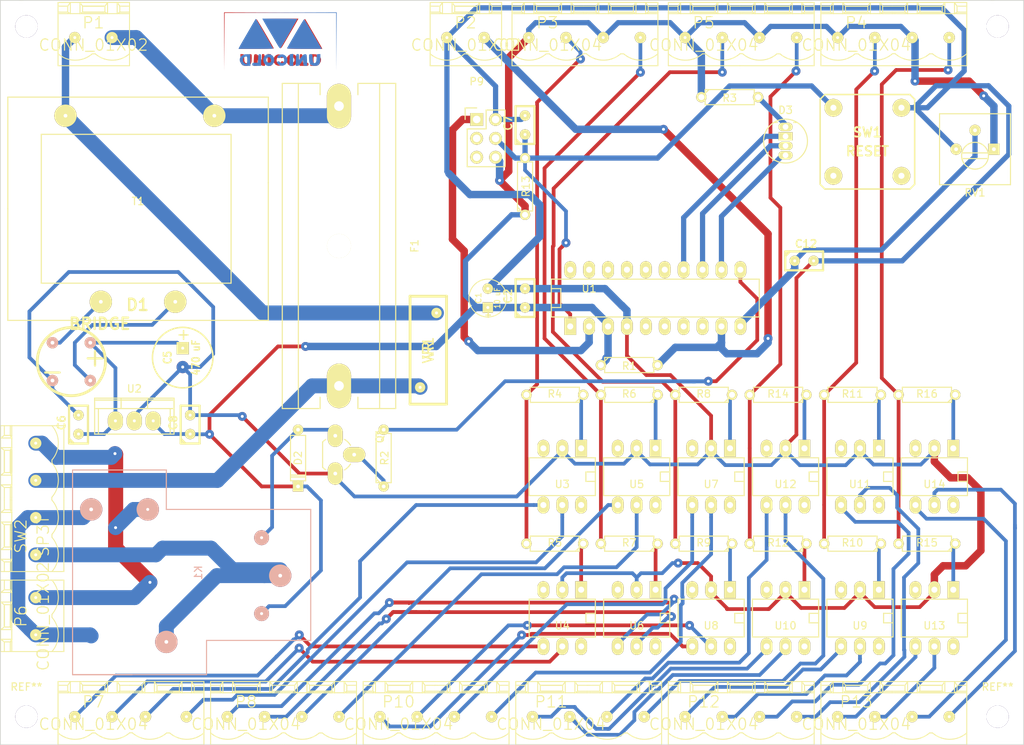
<source format=kicad_pcb>
(kicad_pcb (version 4) (host pcbnew 4.0.1-4.201602120846+6195~38~ubuntu15.04.1-stable)
  (layers (0 F.Cu signal hide) (31 B.Cu signal hide) (34 B.Paste user hide) (35 F.Paste user hide) (36 B.SilkS user) (37 F.SilkS user) (38 B.Mask user hide) (39 F.Mask user hide) (44 Edge.Cuts user))
  (net 0 "")
  (net 1 "Net-(D2-Pad1)")
  (net 2 /vreg)
  (net 3 "Net-(D3-Pad1)")
  (net 4 "Net-(D3-Pad2)")
  (net 5 "Net-(D3-Pad3)")
  (net 6 "Net-(D3-Pad4)")
  (net 7 /L)
  (net 8 /NA)
  (net 9 /C)
  (net 10 /NC)
  (net 11 /N)
  (net 12 GND)
  (net 13 "Net-(P2-Pad2)")
  (net 14 "Net-(P3-Pad4)")
  (net 15 "Net-(P3-Pad2)")
  (net 16 "Net-(P4-Pad4)")
  (net 17 "Net-(P4-Pad2)")
  (net 18 "Net-(P5-Pad4)")
  (net 19 "Net-(P5-Pad2)")
  (net 20 "Net-(P7-Pad1)")
  (net 21 "Net-(P7-Pad3)")
  (net 22 "Net-(P7-Pad4)")
  (net 23 "Net-(P7-Pad2)")
  (net 24 "Net-(P8-Pad1)")
  (net 25 "Net-(P8-Pad3)")
  (net 26 "Net-(P8-Pad4)")
  (net 27 "Net-(P8-Pad2)")
  (net 28 /BDM)
  (net 29 "Net-(P9-Pad3)")
  (net 30 /RESET)
  (net 31 "Net-(P9-Pad5)")
  (net 32 "Net-(P10-Pad1)")
  (net 33 "Net-(P10-Pad3)")
  (net 34 "Net-(P10-Pad4)")
  (net 35 "Net-(P10-Pad2)")
  (net 36 "Net-(P11-Pad1)")
  (net 37 "Net-(P11-Pad3)")
  (net 38 "Net-(P11-Pad4)")
  (net 39 "Net-(P11-Pad2)")
  (net 40 "Net-(P12-Pad1)")
  (net 41 "Net-(P12-Pad3)")
  (net 42 "Net-(P12-Pad4)")
  (net 43 "Net-(P12-Pad2)")
  (net 44 "Net-(P13-Pad1)")
  (net 45 "Net-(P13-Pad3)")
  (net 46 "Net-(P13-Pad4)")
  (net 47 "Net-(P13-Pad2)")
  (net 48 "Net-(Q1-Pad2)")
  (net 49 "Net-(R2-Pad2)")
  (net 50 "Net-(R4-Pad1)")
  (net 51 "Net-(R5-Pad1)")
  (net 52 "Net-(R6-Pad1)")
  (net 53 "Net-(R7-Pad1)")
  (net 54 "Net-(R8-Pad1)")
  (net 55 "Net-(R9-Pad1)")
  (net 56 "Net-(R10-Pad1)")
  (net 57 "Net-(R11-Pad1)")
  (net 58 "Net-(R12-Pad1)")
  (net 59 "Net-(R14-Pad1)")
  (net 60 "Net-(R15-Pad1)")
  (net 61 "Net-(R16-Pad1)")
  (net 62 /ST)
  (net 63 "Net-(D1-Pad2)")
  (net 64 "Net-(D1-Pad4)")
  (net 65 "Net-(U1-Pad5)")
  (net 66 "Net-(U1-Pad6)")
  (net 67 "Net-(U1-Pad7)")
  (net 68 "Net-(U1-Pad8)")
  (net 69 "Net-(U1-Pad15)")
  (net 70 "Net-(U1-Pad16)")
  (net 71 "Net-(U1-Pad17)")
  (net 72 "Net-(U1-Pad18)")
  (net 73 "Net-(U1-Pad19)")
  (net 74 "Net-(U1-Pad20)")
  (net 75 "Net-(U3-Pad6)")
  (net 76 "Net-(U4-Pad6)")
  (net 77 "Net-(U5-Pad6)")
  (net 78 "Net-(U6-Pad6)")
  (net 79 "Net-(U7-Pad6)")
  (net 80 "Net-(U8-Pad6)")
  (net 81 "Net-(U9-Pad6)")
  (net 82 "Net-(U10-Pad6)")
  (net 83 "Net-(U11-Pad6)")
  (net 84 "Net-(U12-Pad6)")
  (net 85 "Net-(U13-Pad4)")
  (net 86 "Net-(U14-Pad6)")
  (net 87 /F1)
  (net 88 /24V)
  (module PHOENIX_MSTBA2,54-G_4 (layer F.Cu) (at 153.5 126.25)
    (fp_text reference P11 (at -5 -2) (layer F.SilkS))
    (fp_text value CONN_01X04 (at -5 1) (layer F.SilkS))
    (pad 1 thru_hole circle (at -7.5 0) (size 1.524 1.524) (drill 0.4) (layers *.Cu *.Mask F.SilkS) (net 39 "Net-(P11-Pad2)"))
    (pad 2 thru_hole circle (at -2.5 0) (size 1.524 1.524) (drill 0.4) (layers *.Cu *.Mask F.SilkS) (net 36 "Net-(P11-Pad1)"))
    (pad 3 thru_hole circle (at 2.5 0) (size 1.524 1.524) (drill 0.4) (layers *.Cu *.Mask F.SilkS) (net 38 "Net-(P11-Pad4)"))
    (pad 4 thru_hole circle (at 7.5 0) (size 1.524 1.524) (drill 0.4) (layers *.Cu *.Mask F.SilkS) (net 37 "Net-(P11-Pad3)"))
  )
  (module PHOENIX_MSTBA2,54-G_4 (layer F.Cu) (at 133 126.25)
    (fp_text reference P10 (at -5 -2) (layer F.SilkS))
    (fp_text value CONN_01X04 (at -5 1) (layer F.SilkS))
    (pad 1 thru_hole circle (at -7.5 0) (size 1.524 1.524) (drill 0.4) (layers *.Cu *.Mask F.SilkS) (net 34 "Net-(P10-Pad4)"))
    (pad 2 thru_hole circle (at -2.5 0) (size 1.524 1.524) (drill 0.4) (layers *.Cu *.Mask F.SilkS) (net 33 "Net-(P10-Pad3)"))
    (pad 3 thru_hole circle (at 2.5 0) (size 1.524 1.524) (drill 0.4) (layers *.Cu *.Mask F.SilkS) (net 35 "Net-(P10-Pad2)"))
    (pad 4 thru_hole circle (at 7.5 0) (size 1.524 1.524) (drill 0.4) (layers *.Cu *.Mask F.SilkS) (net 32 "Net-(P10-Pad1)"))
  )
  (module PHOENIX_MSTBA2,54-G_4 (layer F.Cu) (at 194.5 126.25)
    (fp_text reference P13 (at -5 -2) (layer F.SilkS))
    (fp_text value CONN_01X04 (at -5 1) (layer F.SilkS))
    (pad 1 thru_hole circle (at -7.5 0) (size 1.524 1.524) (drill 0.4) (layers *.Cu *.Mask F.SilkS) (net 85 "Net-(U13-Pad4)"))
    (pad 2 thru_hole circle (at -2.5 0) (size 1.524 1.524) (drill 0.4) (layers *.Cu *.Mask F.SilkS) (net 44 "Net-(P13-Pad1)"))
    (pad 3 thru_hole circle (at 2.5 0) (size 1.524 1.524) (drill 0.4) (layers *.Cu *.Mask F.SilkS) (net 46 "Net-(P13-Pad4)"))
    (pad 4 thru_hole circle (at 7.5 0) (size 1.524 1.524) (drill 0.4) (layers *.Cu *.Mask F.SilkS) (net 45 "Net-(P13-Pad3)"))
  )
  (module PHOENIX_MSTBA2,54-G_4 (layer F.Cu) (at 174 126.25)
    (fp_text reference P12 (at -5 -2) (layer F.SilkS))
    (fp_text value CONN_01X04 (at -5 1) (layer F.SilkS))
    (pad 1 thru_hole circle (at -7.5 0) (size 1.524 1.524) (drill 0.4) (layers *.Cu *.Mask F.SilkS) (net 40 "Net-(P12-Pad1)"))
    (pad 2 thru_hole circle (at -2.5 0) (size 1.524 1.524) (drill 0.4) (layers *.Cu *.Mask F.SilkS) (net 43 "Net-(P12-Pad2)"))
    (pad 3 thru_hole circle (at 2.5 0) (size 1.524 1.524) (drill 0.4) (layers *.Cu *.Mask F.SilkS) (net 41 "Net-(P12-Pad3)"))
    (pad 4 thru_hole circle (at 7.5 0) (size 1.524 1.524) (drill 0.4) (layers *.Cu *.Mask F.SilkS) (net 42 "Net-(P12-Pad4)"))
  )
  (module PHOENIX_MSTBA2,54-G_4 (layer F.Cu) (at 112.5 126.25)
    (fp_text reference P8 (at -5 -2) (layer F.SilkS))
    (fp_text value CONN_01X04 (at -5 1) (layer F.SilkS))
    (pad 1 thru_hole circle (at -7.5 0) (size 1.524 1.524) (drill 0.4) (layers *.Cu *.Mask F.SilkS) (net 26 "Net-(P8-Pad4)"))
    (pad 2 thru_hole circle (at -2.5 0) (size 1.524 1.524) (drill 0.4) (layers *.Cu *.Mask F.SilkS) (net 25 "Net-(P8-Pad3)"))
    (pad 3 thru_hole circle (at 2.5 0) (size 1.524 1.524) (drill 0.4) (layers *.Cu *.Mask F.SilkS) (net 27 "Net-(P8-Pad2)"))
    (pad 4 thru_hole circle (at 7.5 0) (size 1.524 1.524) (drill 0.4) (layers *.Cu *.Mask F.SilkS) (net 24 "Net-(P8-Pad1)"))
  )
  (module PHOENIX_MSTBA2,54-G_4 (layer F.Cu) (at 92 126.25)
    (fp_text reference P7 (at -5 -2) (layer F.SilkS))
    (fp_text value CONN_01X04 (at -5 1) (layer F.SilkS))
    (pad 1 thru_hole circle (at -7.5 0) (size 1.524 1.524) (drill 0.4) (layers *.Cu *.Mask F.SilkS) (net 22 "Net-(P7-Pad4)"))
    (pad 2 thru_hole circle (at -2.5 0) (size 1.524 1.524) (drill 0.4) (layers *.Cu *.Mask F.SilkS) (net 21 "Net-(P7-Pad3)"))
    (pad 3 thru_hole circle (at 2 0) (size 1.524 1.524) (drill 0.4) (layers *.Cu *.Mask F.SilkS) (net 23 "Net-(P7-Pad2)"))
    (pad 4 thru_hole circle (at 7.5 0) (size 1.524 1.524) (drill 0.4) (layers *.Cu *.Mask F.SilkS) (net 20 "Net-(P7-Pad1)"))
  )
  (module PHOENIX_MSTBA2,54-G_2 (layer F.Cu) (at 79.25 112.75 90)
    (fp_text reference P6 (at 0 -2 90) (layer F.SilkS))
    (fp_text value CONN_01X02 (at 0 1 90) (layer F.SilkS))
    (pad 1 thru_hole circle (at -2.5 0 90) (size 1.524 1.524) (drill 0.4) (layers *.Cu *.Mask F.SilkS) (net 10 /NC))
    (pad 2 thru_hole circle (at 2.5 0 90) (size 1.524 1.524) (drill 0.4) (layers *.Cu *.Mask F.SilkS) (net 8 /NA))
  )
  (module PHOENIX_MSTBA2,54-G_4 (layer F.Cu) (at 79.25 97 90)
    (fp_text reference SW2 (at -5 -2 90) (layer F.SilkS))
    (fp_text value SP3T (at -5 1 90) (layer F.SilkS))
    (pad 1 thru_hole circle (at -7.5 0 90) (size 1.524 1.524) (drill 0.4) (layers *.Cu *.Mask F.SilkS) (net 9 /C))
    (pad 2 thru_hole circle (at -2.5 0 90) (size 1.524 1.524) (drill 0.4) (layers *.Cu *.Mask F.SilkS) (net 10 /NC))
    (pad 3 thru_hole circle (at 2.5 0 90) (size 1.524 1.524) (drill 0.4) (layers *.Cu *.Mask F.SilkS) (net 87 /F1))
    (pad 4 thru_hole circle (at 7.5 0 90) (size 1.524 1.524) (drill 0.4) (layers *.Cu *.Mask F.SilkS) (net 8 /NA))
  )
  (module locales:PHOENIX_MSTBA2,54-G_4 (layer F.Cu) (at 194.5 35)
    (fp_text reference P4 (at -5 -2) (layer F.SilkS))
    (fp_text value CONN_01X04 (at -5 1) (layer F.SilkS))
    (pad 1 thru_hole circle (at -7.5 0) (size 1.524 1.524) (drill 0.4) (layers *.Cu *.Mask F.SilkS) (net 2 /vreg))
    (pad 2 thru_hole circle (at -2.5 0) (size 1.524 1.524) (drill 0.4) (layers *.Cu *.Mask F.SilkS) (net 16 "Net-(P4-Pad4)"))
    (pad 3 thru_hole circle (at 2.5 0) (size 1.524 1.524) (drill 0.4) (layers *.Cu *.Mask F.SilkS) (net 2 /vreg))
    (pad 4 thru_hole circle (at 7.5 0) (size 1.524 1.524) (drill 0.4) (layers *.Cu *.Mask F.SilkS) (net 17 "Net-(P4-Pad2)"))
  )
  (module locales:PHOENIX_MSTBA2,54-G_4 (layer F.Cu) (at 174 35)
    (fp_text reference P5 (at -5 -2) (layer F.SilkS))
    (fp_text value CONN_01X04 (at -5 1) (layer F.SilkS))
    (pad 1 thru_hole circle (at -7.5 0) (size 1.524 1.524) (drill 0.4) (layers *.Cu *.Mask F.SilkS) (net 2 /vreg))
    (pad 2 thru_hole circle (at -2.5 0) (size 1.524 1.524) (drill 0.4) (layers *.Cu *.Mask F.SilkS) (net 18 "Net-(P5-Pad4)"))
    (pad 3 thru_hole circle (at 2.5 0) (size 1.524 1.524) (drill 0.4) (layers *.Cu *.Mask F.SilkS) (net 2 /vreg))
    (pad 4 thru_hole circle (at 7.5 0) (size 1.524 1.524) (drill 0.4) (layers *.Cu *.Mask F.SilkS) (net 19 "Net-(P5-Pad2)"))
  )
  (module locales:PHOENIX_MSTBA2,54-G_4 (layer F.Cu) (at 153 35)
    (fp_text reference P3 (at -5 -2) (layer F.SilkS))
    (fp_text value CONN_01X04 (at -5 1) (layer F.SilkS))
    (pad 1 thru_hole circle (at -7.5 0) (size 1.524 1.524) (drill 0.4) (layers *.Cu *.Mask F.SilkS) (net 2 /vreg))
    (pad 2 thru_hole circle (at -2.5 0) (size 1.524 1.524) (drill 0.4) (layers *.Cu *.Mask F.SilkS) (net 14 "Net-(P3-Pad4)"))
    (pad 3 thru_hole circle (at 2.5 0) (size 1.524 1.524) (drill 0.4) (layers *.Cu *.Mask F.SilkS) (net 2 /vreg))
    (pad 4 thru_hole circle (at 7.5 0) (size 1.524 1.524) (drill 0.4) (layers *.Cu *.Mask F.SilkS) (net 15 "Net-(P3-Pad2)"))
  )
  (module locales:PHOENIX_MSTBA2,54-G_2 (layer F.Cu) (at 137 35)
    (fp_text reference P2 (at 0 -2) (layer F.SilkS))
    (fp_text value CONN_01X02 (at 0 1) (layer F.SilkS))
    (pad 1 thru_hole circle (at -2.5 0) (size 1.524 1.524) (drill 0.4) (layers *.Cu *.Mask F.SilkS) (net 12 GND))
    (pad 2 thru_hole circle (at 2.5 0) (size 1.524 1.524) (drill 0.4) (layers *.Cu *.Mask F.SilkS) (net 13 "Net-(P2-Pad2)"))
  )
  (module locales:PHOENIX_MSTBA2,54-G_2 (layer F.Cu) (at 87 35)
    (fp_text reference P1 (at 0 -2) (layer F.SilkS))
    (fp_text value CONN_01X02 (at 0 1) (layer F.SilkS))
    (pad 1 thru_hole circle (at -2.5 0) (size 1.524 1.524) (drill 0.4) (layers *.Cu *.Mask F.SilkS) (net 11 /N))
    (pad 2 thru_hole circle (at 2.5 0) (size 1.524 1.524) (drill 0.4) (layers *.Cu *.Mask F.SilkS) (net 7 /L))
  )
  (module locales:SIOV-S20K150 (layer F.Cu) (at 132 77 90)
    (fp_text reference VR1 (at 0 0 90) (layer F.SilkS) (effects (font (size 1.397 1.27) (thickness 0.2032))))
    (fp_text value VR (at 0 0 90) (layer F.SilkS) (effects (font (size 1.397 1.27) (thickness 0.2032))))
    (pad 1 thru_hole circle (at -5 -1.1 90) (size 1.397 1.397) (drill 0.4) (layers *.Cu *.Mask F.SilkS) (net 87 /F1))
    (pad 2 thru_hole circle (at 5 1.1 90) (size 1.397 1.397) (drill 0.4) (layers *.Cu *.Mask F.SilkS) (net 11 /N))
  )
  (module Discret:D3 (layer F.Cu) (at 114.5 91.5 270)
    (fp_text reference D2 (at 0 0 270) (layer F.SilkS))
    (fp_text value 1N4001)
    (pad 1 thru_hole rect (at 3.81 0 270) (size 1.397 1.397) (drill 0.5) (layers *.Cu *.Mask F.SilkS) (net 2 /vreg))
    (pad 2 thru_hole circle (at -3.81 0 270) (size 1.397 1.397) (drill 0.5) (layers *.Cu *.Mask F.SilkS) (net 1 "Net-(D2-Pad1)"))
  )
  (module LEDs:LED-RGB-5MM_Common_Cathode (layer F.Cu) (at 180 47)
    (fp_text reference D3 (at 0 -2.25) (layer F.SilkS))
    (fp_text value Led_RGB_CA)
    (pad 1 thru_hole oval (at 0 0) (size 1.905 1.1176) (drill 0.762) (layers *.Cu *.Mask F.SilkS) (net 3 "Net-(D3-Pad1)"))
    (pad 2 thru_hole rect (at 0 1.27) (size 1.905 1.1176) (drill 0.762) (layers *.Cu *.Mask F.SilkS) (net 4 "Net-(D3-Pad2)"))
    (pad 3 thru_hole oval (at 0 2.54) (size 1.905 1.1176) (drill 0.762) (layers *.Cu *.Mask F.SilkS) (net 5 "Net-(D3-Pad3)"))
    (pad 4 thru_hole oval (at 0 3.81) (size 1.905 1.1176) (drill 0.762) (layers *.Cu *.Mask F.SilkS) (net 6 "Net-(D3-Pad4)"))
  )
  (module Fuse_Holders_and_Fuses:Fuseholder6x32_Horiz_Open_Schurter0031-8002 (layer F.Cu) (at 120 63 270)
    (fp_text reference F1 (at 0 -10.16 270) (layer F.SilkS))
    (fp_text value FUSE)
    (pad "" np_thru_hole circle (at 0 0 270) (size 3.2512 3.2512) (drill 3.2512) (layers *.Cu *.Mask F.SilkS))
    (pad 2 thru_hole oval (at 18.796 0) (size 3.2512 5.99948) (drill 1.30048) (layers *.Cu *.Mask F.SilkS) (net 87 /F1))
    (pad 1 thru_hole oval (at -18.796 0) (size 3.2512 5.99948) (drill 1.30048) (layers *.Cu *.Mask F.SilkS) (net 7 /L))
  )
  (module Pin_Headers:Pin_Header_Straight_2x03 (layer F.Cu) (at 138.5 46)
    (fp_text reference P9 (at 0 -5.1) (layer F.SilkS))
    (fp_text value BDM)
    (pad 1 thru_hole rect (at 0 0) (size 1.7272 1.7272) (drill 1.016) (layers *.Cu *.Mask F.SilkS) (net 28 /BDM))
    (pad 2 thru_hole oval (at 2.54 0) (size 1.7272 1.7272) (drill 1.016) (layers *.Cu *.Mask F.SilkS) (net 12 GND))
    (pad 3 thru_hole oval (at 0 2.54) (size 1.7272 1.7272) (drill 1.016) (layers *.Cu *.Mask F.SilkS) (net 29 "Net-(P9-Pad3)"))
    (pad 4 thru_hole oval (at 2.54 2.54) (size 1.7272 1.7272) (drill 1.016) (layers *.Cu *.Mask F.SilkS) (net 30 /RESET))
    (pad 5 thru_hole oval (at 0 5.08) (size 1.7272 1.7272) (drill 1.016) (layers *.Cu *.Mask F.SilkS) (net 31 "Net-(P9-Pad5)"))
    (pad 6 thru_hole oval (at 2.54 5.08) (size 1.7272 1.7272) (drill 1.016) (layers *.Cu *.Mask F.SilkS) (net 2 /vreg))
  )
  (module Housings_TO-92:TO-92_Rugged (layer F.Cu) (at 119.5 88.5 270)
    (fp_text reference Q1 (at 0 -6 270) (layer F.SilkS))
    (fp_text value BC237)
    (pad 2 thru_hole oval (at 2.54 -2.54) (size 2.99974 1.99898) (drill 0.5) (layers *.Cu *.Mask F.SilkS) (net 48 "Net-(Q1-Pad2)"))
    (pad 1 thru_hole oval (at 0 0) (size 1.99898 2.99974) (drill 0.5) (layers *.Cu *.Mask F.SilkS) (net 1 "Net-(D2-Pad1)"))
    (pad 3 thru_hole oval (at 5.08 0) (size 1.99898 2.99974) (drill 0.5) (layers *.Cu *.Mask F.SilkS) (net 12 GND))
  )
  (module Discret:R3 (layer F.Cu) (at 159 79)
    (fp_text reference R1 (at 0 0.127) (layer F.SilkS))
    (fp_text value 10k)
    (pad 1 thru_hole circle (at -3.81 0) (size 1.397 1.397) (drill 0.8128) (layers *.Cu *.Mask F.SilkS) (net 2 /vreg))
    (pad 2 thru_hole circle (at 3.81 0) (size 1.397 1.397) (drill 0.8128) (layers *.Cu *.Mask F.SilkS) (net 13 "Net-(P2-Pad2)"))
  )
  (module Discret:R3 (layer F.Cu) (at 126 91.5 90)
    (fp_text reference R2 (at 0 0.127 90) (layer F.SilkS))
    (fp_text value 1k)
    (pad 1 thru_hole circle (at -3.81 0 90) (size 1.397 1.397) (drill 0.5) (layers *.Cu *.Mask F.SilkS) (net 48 "Net-(Q1-Pad2)"))
    (pad 2 thru_hole circle (at 3.81 0 90) (size 1.397 1.397) (drill 0.5) (layers *.Cu *.Mask F.SilkS) (net 49 "Net-(R2-Pad2)"))
  )
  (module Discret:R3 (layer F.Cu) (at 172.5 43)
    (fp_text reference R3 (at 0 0.127) (layer F.SilkS))
    (fp_text value 1k)
    (pad 1 thru_hole circle (at -3.81 0) (size 1.397 1.397) (drill 0.8128) (layers *.Cu *.Mask F.SilkS) (net 2 /vreg))
    (pad 2 thru_hole circle (at 3.81 0) (size 1.397 1.397) (drill 0.8128) (layers *.Cu *.Mask F.SilkS) (net 3 "Net-(D3-Pad1)"))
  )
  (module Discret:R3 (layer F.Cu) (at 149 83 180)
    (fp_text reference R4 (at 0 0.127 180) (layer F.SilkS))
    (fp_text value 220)
    (pad 1 thru_hole circle (at -3.81 0 180) (size 1.397 1.397) (drill 0.8128) (layers *.Cu *.Mask F.SilkS) (net 50 "Net-(R4-Pad1)"))
    (pad 2 thru_hole circle (at 3.81 0 180) (size 1.397 1.397) (drill 0.8128) (layers *.Cu *.Mask F.SilkS) (net 14 "Net-(P3-Pad4)"))
  )
  (module Discret:R3 (layer F.Cu) (at 149 103 180)
    (fp_text reference R5 (at 0 0.127 180) (layer F.SilkS))
    (fp_text value 220)
    (pad 1 thru_hole circle (at -3.81 0 180) (size 1.397 1.397) (drill 0.8128) (layers *.Cu *.Mask F.SilkS) (net 51 "Net-(R5-Pad1)"))
    (pad 2 thru_hole circle (at 3.81 0 180) (size 1.397 1.397) (drill 0.8128) (layers *.Cu *.Mask F.SilkS) (net 14 "Net-(P3-Pad4)"))
  )
  (module Discret:R3 (layer F.Cu) (at 159 83 180)
    (fp_text reference R6 (at 0 0.127 180) (layer F.SilkS))
    (fp_text value 220)
    (pad 1 thru_hole circle (at -3.81 0 180) (size 1.397 1.397) (drill 0.8128) (layers *.Cu *.Mask F.SilkS) (net 52 "Net-(R6-Pad1)"))
    (pad 2 thru_hole circle (at 3.81 0 180) (size 1.397 1.397) (drill 0.8128) (layers *.Cu *.Mask F.SilkS) (net 15 "Net-(P3-Pad2)"))
  )
  (module Discret:R3 (layer F.Cu) (at 159 103 180)
    (fp_text reference R7 (at 0 0.127 180) (layer F.SilkS))
    (fp_text value 220)
    (pad 1 thru_hole circle (at -3.81 0 180) (size 1.397 1.397) (drill 0.8128) (layers *.Cu *.Mask F.SilkS) (net 53 "Net-(R7-Pad1)"))
    (pad 2 thru_hole circle (at 3.81 0 180) (size 1.397 1.397) (drill 0.8128) (layers *.Cu *.Mask F.SilkS) (net 15 "Net-(P3-Pad2)"))
  )
  (module Discret:R3 (layer F.Cu) (at 169 83 180)
    (fp_text reference R8 (at 0 0.127 180) (layer F.SilkS))
    (fp_text value 220)
    (pad 1 thru_hole circle (at -3.81 0 180) (size 1.397 1.397) (drill 0.8128) (layers *.Cu *.Mask F.SilkS) (net 54 "Net-(R8-Pad1)"))
    (pad 2 thru_hole circle (at 3.81 0 180) (size 1.397 1.397) (drill 0.8128) (layers *.Cu *.Mask F.SilkS) (net 18 "Net-(P5-Pad4)"))
  )
  (module Discret:R3 (layer F.Cu) (at 169 103 180)
    (fp_text reference R9 (at 0 0.127 180) (layer F.SilkS))
    (fp_text value 220)
    (pad 1 thru_hole circle (at -3.81 0 180) (size 1.397 1.397) (drill 0.8128) (layers *.Cu *.Mask F.SilkS) (net 55 "Net-(R9-Pad1)"))
    (pad 2 thru_hole circle (at 3.81 0 180) (size 1.397 1.397) (drill 0.8128) (layers *.Cu *.Mask F.SilkS) (net 18 "Net-(P5-Pad4)"))
  )
  (module Discret:R3 (layer F.Cu) (at 189 103 180)
    (fp_text reference R10 (at 0 0.127 180) (layer F.SilkS))
    (fp_text value 220)
    (pad 1 thru_hole circle (at -3.81 0 180) (size 1.397 1.397) (drill 0.8128) (layers *.Cu *.Mask F.SilkS) (net 56 "Net-(R10-Pad1)"))
    (pad 2 thru_hole circle (at 3.81 0 180) (size 1.397 1.397) (drill 0.8128) (layers *.Cu *.Mask F.SilkS) (net 16 "Net-(P4-Pad4)"))
  )
  (module Discret:R3 (layer F.Cu) (at 189 83 180)
    (fp_text reference R11 (at 0 0.127 180) (layer F.SilkS))
    (fp_text value 220)
    (pad 1 thru_hole circle (at -3.81 0 180) (size 1.397 1.397) (drill 0.8128) (layers *.Cu *.Mask F.SilkS) (net 57 "Net-(R11-Pad1)"))
    (pad 2 thru_hole circle (at 3.81 0 180) (size 1.397 1.397) (drill 0.8128) (layers *.Cu *.Mask F.SilkS) (net 16 "Net-(P4-Pad4)"))
  )
  (module Discret:R3 (layer F.Cu) (at 179 103 180)
    (fp_text reference R12 (at 0 0.127 180) (layer F.SilkS))
    (fp_text value 220)
    (pad 1 thru_hole circle (at -3.81 0 180) (size 1.397 1.397) (drill 0.8128) (layers *.Cu *.Mask F.SilkS) (net 58 "Net-(R12-Pad1)"))
    (pad 2 thru_hole circle (at 3.81 0 180) (size 1.397 1.397) (drill 0.8128) (layers *.Cu *.Mask F.SilkS) (net 19 "Net-(P5-Pad2)"))
  )
  (module Discret:R3 (layer F.Cu) (at 145 55 90)
    (fp_text reference R13 (at 0 0.127 90) (layer F.SilkS))
    (fp_text value 10K)
    (pad 1 thru_hole circle (at -3.81 0 90) (size 1.397 1.397) (drill 0.8128) (layers *.Cu *.Mask F.SilkS) (net 2 /vreg))
    (pad 2 thru_hole circle (at 3.81 0 90) (size 1.397 1.397) (drill 0.8128) (layers *.Cu *.Mask F.SilkS) (net 30 /RESET))
  )
  (module Discret:R3 (layer F.Cu) (at 179 83 180)
    (fp_text reference R14 (at 0 0.127 180) (layer F.SilkS))
    (fp_text value 220)
    (pad 1 thru_hole circle (at -3.81 0 180) (size 1.397 1.397) (drill 0.8128) (layers *.Cu *.Mask F.SilkS) (net 59 "Net-(R14-Pad1)"))
    (pad 2 thru_hole circle (at 3.81 0 180) (size 1.397 1.397) (drill 0.8128) (layers *.Cu *.Mask F.SilkS) (net 19 "Net-(P5-Pad2)"))
  )
  (module Discret:R3 (layer F.Cu) (at 199 103 180)
    (fp_text reference R15 (at 0 0.127 180) (layer F.SilkS))
    (fp_text value 220)
    (pad 1 thru_hole circle (at -3.81 0 180) (size 1.397 1.397) (drill 0.8128) (layers *.Cu *.Mask F.SilkS) (net 60 "Net-(R15-Pad1)"))
    (pad 2 thru_hole circle (at 3.81 0 180) (size 1.397 1.397) (drill 0.8128) (layers *.Cu *.Mask F.SilkS) (net 17 "Net-(P4-Pad2)"))
  )
  (module Discret:R3 (layer F.Cu) (at 199 83 180)
    (fp_text reference R16 (at 0 0.127 180) (layer F.SilkS))
    (fp_text value 220)
    (pad 1 thru_hole circle (at -3.81 0 180) (size 1.397 1.397) (drill 0.8128) (layers *.Cu *.Mask F.SilkS) (net 61 "Net-(R16-Pad1)"))
    (pad 2 thru_hole circle (at 3.81 0 180) (size 1.397 1.397) (drill 0.8128) (layers *.Cu *.Mask F.SilkS) (net 17 "Net-(P4-Pad2)"))
  )
  (module Potentiometers:Potentiometer_Trimmer-Suntan-TSR-3386P (layer F.Cu) (at 208 50 180)
    (fp_text reference RV1 (at 2.54 -5.842 180) (layer F.SilkS))
    (fp_text value POT)
    (pad 3 thru_hole circle (at 5.08 0 180) (size 1.51 1.51) (drill 0.51) (layers *.Cu *.Mask F.SilkS) (net 12 GND))
    (pad 1 thru_hole rect (at 0 0 180) (size 1.51 1.51) (drill 0.51) (layers *.Cu *.Mask F.SilkS) (net 2 /vreg))
    (pad 2 thru_hole circle (at 2.54 2.54 180) (size 1.51 1.51) (drill 0.51) (layers *.Cu *.Mask F.SilkS) (net 62 /ST))
  )
  (module locales:TFCOBSIL2209VCA200mA (layer F.Cu) (at 93 58 180)
    (fp_text reference T1 (at 0 1 180) (layer F.SilkS))
    (fp_text value TRANSFO)
    (pad 1 thru_hole circle (at -10.25 12.5 180) (size 3 3) (drill 0.5) (layers *.Cu *.Mask F.SilkS) (net 7 /L))
    (pad 2 thru_hole circle (at 9.75 12.5 180) (size 3 3) (drill 0.5) (layers *.Cu *.Mask F.SilkS) (net 11 /N))
    (pad 3 thru_hole circle (at -5 -12.5 180) (size 3 3) (drill 0.5) (layers *.Cu *.Mask F.SilkS) (net 63 "Net-(D1-Pad2)"))
    (pad 4 thru_hole circle (at 5 -12.5 180) (size 3 3) (drill 0.5) (layers *.Cu *.Mask F.SilkS) (net 64 "Net-(D1-Pad4)"))
  )
  (module Sockets_DIP:DIP-20__300_ELL (layer F.Cu) (at 162.5 70)
    (fp_text reference U1 (at -8.89 -1.27) (layer F.SilkS))
    (fp_text value MC9S08SH8)
    (pad 1 thru_hole rect (at -11.43 3.81) (size 1.5748 2.286) (drill 0.8128) (layers *.Cu *.Mask F.SilkS) (net 30 /RESET))
    (pad 2 thru_hole oval (at -8.89 3.81) (size 1.5748 2.286) (drill 0.8128) (layers *.Cu *.Mask F.SilkS) (net 28 /BDM))
    (pad 3 thru_hole oval (at -6.35 3.81) (size 1.5748 2.286) (drill 0.8128) (layers *.Cu *.Mask F.SilkS) (net 2 /vreg))
    (pad 4 thru_hole oval (at -3.81 3.81) (size 1.5748 2.286) (drill 0.8128) (layers *.Cu *.Mask F.SilkS) (net 12 GND))
    (pad 5 thru_hole oval (at -1.27 3.81) (size 1.5748 2.286) (drill 0.8128) (layers *.Cu *.Mask F.SilkS) (net 65 "Net-(U1-Pad5)"))
    (pad 6 thru_hole oval (at 1.27 3.81) (size 1.5748 2.286) (drill 0.8128) (layers *.Cu *.Mask F.SilkS) (net 66 "Net-(U1-Pad6)"))
    (pad 7 thru_hole oval (at 3.81 3.81) (size 1.5748 2.286) (drill 0.8128) (layers *.Cu *.Mask F.SilkS) (net 67 "Net-(U1-Pad7)"))
    (pad 8 thru_hole oval (at 6.35 3.81) (size 1.5748 2.286) (drill 0.8128) (layers *.Cu *.Mask F.SilkS) (net 68 "Net-(U1-Pad8)"))
    (pad 9 thru_hole oval (at 8.89 3.81) (size 1.5748 2.286) (drill 0.8128) (layers *.Cu *.Mask F.SilkS) (net 13 "Net-(P2-Pad2)"))
    (pad 10 thru_hole oval (at 11.43 3.81) (size 1.5748 2.286) (drill 0.8128) (layers *.Cu *.Mask F.SilkS) (net 62 /ST))
    (pad 11 thru_hole oval (at 11.43 -3.81) (size 1.5748 2.286) (drill 0.8128) (layers *.Cu *.Mask F.SilkS) (net 49 "Net-(R2-Pad2)"))
    (pad 12 thru_hole oval (at 8.89 -3.81) (size 1.5748 2.286) (drill 0.8128) (layers *.Cu *.Mask F.SilkS) (net 6 "Net-(D3-Pad4)"))
    (pad 13 thru_hole oval (at 6.35 -3.81) (size 1.5748 2.286) (drill 0.8128) (layers *.Cu *.Mask F.SilkS) (net 5 "Net-(D3-Pad3)"))
    (pad 14 thru_hole oval (at 3.81 -3.81) (size 1.5748 2.286) (drill 0.8128) (layers *.Cu *.Mask F.SilkS) (net 4 "Net-(D3-Pad2)"))
    (pad 15 thru_hole oval (at 1.27 -3.81) (size 1.5748 2.286) (drill 0.8128) (layers *.Cu *.Mask F.SilkS) (net 69 "Net-(U1-Pad15)"))
    (pad 16 thru_hole oval (at -1.27 -3.81) (size 1.5748 2.286) (drill 0.8128) (layers *.Cu *.Mask F.SilkS) (net 70 "Net-(U1-Pad16)"))
    (pad 17 thru_hole oval (at -3.81 -3.81) (size 1.5748 2.286) (drill 0.8128) (layers *.Cu *.Mask F.SilkS) (net 71 "Net-(U1-Pad17)"))
    (pad 18 thru_hole oval (at -6.35 -3.81) (size 1.5748 2.286) (drill 0.8128) (layers *.Cu *.Mask F.SilkS) (net 72 "Net-(U1-Pad18)"))
    (pad 19 thru_hole oval (at -8.89 -3.81) (size 1.5748 2.286) (drill 0.8128) (layers *.Cu *.Mask F.SilkS) (net 73 "Net-(U1-Pad19)"))
    (pad 20 thru_hole oval (at -11.43 -3.81) (size 1.5748 2.286) (drill 0.8128) (layers *.Cu *.Mask F.SilkS) (net 74 "Net-(U1-Pad20)"))
  )
  (module Power_Integrations:TO-220 (layer F.Cu) (at 92.5 86.5)
    (fp_text reference U2 (at 0 -4.318) (layer F.SilkS))
    (fp_text value 78L05)
    (pad 2 thru_hole oval (at 0 0) (size 2.032 2.54) (drill 0.4) (layers *.Cu *.Mask F.SilkS) (net 12 GND))
    (pad 3 thru_hole oval (at 2.54 0) (size 2.032 2.54) (drill 0.4) (layers *.Cu *.Mask F.SilkS) (net 2 /vreg))
    (pad 1 thru_hole oval (at -2.54 0) (size 2.032 2.54) (drill 0.4) (layers *.Cu *.Mask F.SilkS) (net 88 /24V))
  )
  (module Sockets_DIP:DIP-6__300_ELL (layer F.Cu) (at 150 94 180)
    (fp_text reference U3 (at 0 -1.016 180) (layer F.SilkS))
    (fp_text value 4N25)
    (pad 1 thru_hole rect (at -2.54 3.81 180) (size 1.5748 2.286) (drill 0.8128) (layers *.Cu *.Mask F.SilkS) (net 50 "Net-(R4-Pad1)"))
    (pad 2 thru_hole oval (at 0 3.81 180) (size 1.5748 2.286) (drill 0.8128) (layers *.Cu *.Mask F.SilkS) (net 12 GND))
    (pad 3 thru_hole oval (at 2.54 3.81 180) (size 1.5748 2.286) (drill 0.8128) (layers *.Cu *.Mask F.SilkS))
    (pad 4 thru_hole oval (at 2.54 -3.81 180) (size 1.5748 2.286) (drill 0.8128) (layers *.Cu *.Mask F.SilkS) (net 23 "Net-(P7-Pad2)"))
    (pad 5 thru_hole oval (at 0 -3.81 180) (size 1.5748 2.286) (drill 0.8128) (layers *.Cu *.Mask F.SilkS) (net 20 "Net-(P7-Pad1)"))
    (pad 6 thru_hole oval (at -2.54 -3.81 180) (size 1.5748 2.286) (drill 0.8128) (layers *.Cu *.Mask F.SilkS) (net 75 "Net-(U3-Pad6)"))
  )
  (module Sockets_DIP:DIP-6__300_ELL (layer F.Cu) (at 150 113 180)
    (fp_text reference U4 (at 0 -1.016 180) (layer F.SilkS))
    (fp_text value 4N25)
    (pad 1 thru_hole rect (at -2.54 3.81 180) (size 1.5748 2.286) (drill 0.8128) (layers *.Cu *.Mask F.SilkS) (net 51 "Net-(R5-Pad1)"))
    (pad 2 thru_hole oval (at 0 3.81 180) (size 1.5748 2.286) (drill 0.8128) (layers *.Cu *.Mask F.SilkS) (net 12 GND))
    (pad 3 thru_hole oval (at 2.54 3.81 180) (size 1.5748 2.286) (drill 0.8128) (layers *.Cu *.Mask F.SilkS))
    (pad 4 thru_hole oval (at 2.54 -3.81 180) (size 1.5748 2.286) (drill 0.8128) (layers *.Cu *.Mask F.SilkS) (net 22 "Net-(P7-Pad4)"))
    (pad 5 thru_hole oval (at 0 -3.81 180) (size 1.5748 2.286) (drill 0.8128) (layers *.Cu *.Mask F.SilkS) (net 21 "Net-(P7-Pad3)"))
    (pad 6 thru_hole oval (at -2.54 -3.81 180) (size 1.5748 2.286) (drill 0.8128) (layers *.Cu *.Mask F.SilkS) (net 76 "Net-(U4-Pad6)"))
  )
  (module Sockets_DIP:DIP-6__300_ELL (layer F.Cu) (at 160 94 180)
    (fp_text reference U5 (at 0 -1.016 180) (layer F.SilkS))
    (fp_text value 4N25)
    (pad 1 thru_hole rect (at -2.54 3.81 180) (size 1.5748 2.286) (drill 0.8128) (layers *.Cu *.Mask F.SilkS) (net 52 "Net-(R6-Pad1)"))
    (pad 2 thru_hole oval (at 0 3.81 180) (size 1.5748 2.286) (drill 0.8128) (layers *.Cu *.Mask F.SilkS) (net 12 GND))
    (pad 3 thru_hole oval (at 2.54 3.81 180) (size 1.5748 2.286) (drill 0.8128) (layers *.Cu *.Mask F.SilkS))
    (pad 4 thru_hole oval (at 2.54 -3.81 180) (size 1.5748 2.286) (drill 0.8128) (layers *.Cu *.Mask F.SilkS) (net 27 "Net-(P8-Pad2)"))
    (pad 5 thru_hole oval (at 0 -3.81 180) (size 1.5748 2.286) (drill 0.8128) (layers *.Cu *.Mask F.SilkS) (net 24 "Net-(P8-Pad1)"))
    (pad 6 thru_hole oval (at -2.54 -3.81 180) (size 1.5748 2.286) (drill 0.8128) (layers *.Cu *.Mask F.SilkS) (net 77 "Net-(U5-Pad6)"))
  )
  (module Sockets_DIP:DIP-6__300_ELL (layer F.Cu) (at 160 113 180)
    (fp_text reference U6 (at 0 -1.016 180) (layer F.SilkS))
    (fp_text value 4N25)
    (pad 1 thru_hole rect (at -2.54 3.81 180) (size 1.5748 2.286) (drill 0.8128) (layers *.Cu *.Mask F.SilkS) (net 53 "Net-(R7-Pad1)"))
    (pad 2 thru_hole oval (at 0 3.81 180) (size 1.5748 2.286) (drill 0.8128) (layers *.Cu *.Mask F.SilkS) (net 12 GND))
    (pad 3 thru_hole oval (at 2.54 3.81 180) (size 1.5748 2.286) (drill 0.8128) (layers *.Cu *.Mask F.SilkS))
    (pad 4 thru_hole oval (at 2.54 -3.81 180) (size 1.5748 2.286) (drill 0.8128) (layers *.Cu *.Mask F.SilkS) (net 26 "Net-(P8-Pad4)"))
    (pad 5 thru_hole oval (at 0 -3.81 180) (size 1.5748 2.286) (drill 0.8128) (layers *.Cu *.Mask F.SilkS) (net 25 "Net-(P8-Pad3)"))
    (pad 6 thru_hole oval (at -2.54 -3.81 180) (size 1.5748 2.286) (drill 0.8128) (layers *.Cu *.Mask F.SilkS) (net 78 "Net-(U6-Pad6)"))
  )
  (module Sockets_DIP:DIP-6__300_ELL (layer F.Cu) (at 170 94 180)
    (fp_text reference U7 (at 0 -1.016 180) (layer F.SilkS))
    (fp_text value 4N25)
    (pad 1 thru_hole rect (at -2.54 3.81 180) (size 1.5748 2.286) (drill 0.8128) (layers *.Cu *.Mask F.SilkS) (net 54 "Net-(R8-Pad1)"))
    (pad 2 thru_hole oval (at 0 3.81 180) (size 1.5748 2.286) (drill 0.8128) (layers *.Cu *.Mask F.SilkS) (net 12 GND))
    (pad 3 thru_hole oval (at 2.54 3.81 180) (size 1.5748 2.286) (drill 0.8128) (layers *.Cu *.Mask F.SilkS))
    (pad 4 thru_hole oval (at 2.54 -3.81 180) (size 1.5748 2.286) (drill 0.8128) (layers *.Cu *.Mask F.SilkS) (net 35 "Net-(P10-Pad2)"))
    (pad 5 thru_hole oval (at 0 -3.81 180) (size 1.5748 2.286) (drill 0.8128) (layers *.Cu *.Mask F.SilkS) (net 32 "Net-(P10-Pad1)"))
    (pad 6 thru_hole oval (at -2.54 -3.81 180) (size 1.5748 2.286) (drill 0.8128) (layers *.Cu *.Mask F.SilkS) (net 79 "Net-(U7-Pad6)"))
  )
  (module Sockets_DIP:DIP-6__300_ELL (layer F.Cu) (at 170 113 180)
    (fp_text reference U8 (at 0 -1.016 180) (layer F.SilkS))
    (fp_text value 4N25)
    (pad 1 thru_hole rect (at -2.54 3.81 180) (size 1.5748 2.286) (drill 0.8128) (layers *.Cu *.Mask F.SilkS) (net 55 "Net-(R9-Pad1)"))
    (pad 2 thru_hole oval (at 0 3.81 180) (size 1.5748 2.286) (drill 0.8128) (layers *.Cu *.Mask F.SilkS) (net 12 GND))
    (pad 3 thru_hole oval (at 2.54 3.81 180) (size 1.5748 2.286) (drill 0.8128) (layers *.Cu *.Mask F.SilkS))
    (pad 4 thru_hole oval (at 2.54 -3.81 180) (size 1.5748 2.286) (drill 0.8128) (layers *.Cu *.Mask F.SilkS) (net 34 "Net-(P10-Pad4)"))
    (pad 5 thru_hole oval (at 0 -3.81 180) (size 1.5748 2.286) (drill 0.8128) (layers *.Cu *.Mask F.SilkS) (net 33 "Net-(P10-Pad3)"))
    (pad 6 thru_hole oval (at -2.54 -3.81 180) (size 1.5748 2.286) (drill 0.8128) (layers *.Cu *.Mask F.SilkS) (net 80 "Net-(U8-Pad6)"))
  )
  (module Sockets_DIP:DIP-6__300_ELL (layer F.Cu) (at 190 113 180)
    (fp_text reference U9 (at 0 -1.016 180) (layer F.SilkS))
    (fp_text value 4N25)
    (pad 1 thru_hole rect (at -2.54 3.81 180) (size 1.5748 2.286) (drill 0.8128) (layers *.Cu *.Mask F.SilkS) (net 56 "Net-(R10-Pad1)"))
    (pad 2 thru_hole oval (at 0 3.81 180) (size 1.5748 2.286) (drill 0.8128) (layers *.Cu *.Mask F.SilkS) (net 12 GND))
    (pad 3 thru_hole oval (at 2.54 3.81 180) (size 1.5748 2.286) (drill 0.8128) (layers *.Cu *.Mask F.SilkS))
    (pad 4 thru_hole oval (at 2.54 -3.81 180) (size 1.5748 2.286) (drill 0.8128) (layers *.Cu *.Mask F.SilkS) (net 40 "Net-(P12-Pad1)"))
    (pad 5 thru_hole oval (at 0 -3.81 180) (size 1.5748 2.286) (drill 0.8128) (layers *.Cu *.Mask F.SilkS) (net 43 "Net-(P12-Pad2)"))
    (pad 6 thru_hole oval (at -2.54 -3.81 180) (size 1.5748 2.286) (drill 0.8128) (layers *.Cu *.Mask F.SilkS) (net 81 "Net-(U9-Pad6)"))
  )
  (module Sockets_DIP:DIP-6__300_ELL (layer F.Cu) (at 180 113 180)
    (fp_text reference U10 (at 0 -1.016 180) (layer F.SilkS))
    (fp_text value 4N25)
    (pad 1 thru_hole rect (at -2.54 3.81 180) (size 1.5748 2.286) (drill 0.8128) (layers *.Cu *.Mask F.SilkS) (net 58 "Net-(R12-Pad1)"))
    (pad 2 thru_hole oval (at 0 3.81 180) (size 1.5748 2.286) (drill 0.8128) (layers *.Cu *.Mask F.SilkS) (net 12 GND))
    (pad 3 thru_hole oval (at 2.54 3.81 180) (size 1.5748 2.286) (drill 0.8128) (layers *.Cu *.Mask F.SilkS))
    (pad 4 thru_hole oval (at 2.54 -3.81 180) (size 1.5748 2.286) (drill 0.8128) (layers *.Cu *.Mask F.SilkS) (net 39 "Net-(P11-Pad2)"))
    (pad 5 thru_hole oval (at 0 -3.81 180) (size 1.5748 2.286) (drill 0.8128) (layers *.Cu *.Mask F.SilkS) (net 36 "Net-(P11-Pad1)"))
    (pad 6 thru_hole oval (at -2.54 -3.81 180) (size 1.5748 2.286) (drill 0.8128) (layers *.Cu *.Mask F.SilkS) (net 82 "Net-(U10-Pad6)"))
  )
  (module Sockets_DIP:DIP-6__300_ELL (layer F.Cu) (at 190 94 180)
    (fp_text reference U11 (at 0 -1.016 180) (layer F.SilkS))
    (fp_text value 4N25)
    (pad 1 thru_hole rect (at -2.54 3.81 180) (size 1.5748 2.286) (drill 0.8128) (layers *.Cu *.Mask F.SilkS) (net 57 "Net-(R11-Pad1)"))
    (pad 2 thru_hole oval (at 0 3.81 180) (size 1.5748 2.286) (drill 0.8128) (layers *.Cu *.Mask F.SilkS) (net 12 GND))
    (pad 3 thru_hole oval (at 2.54 3.81 180) (size 1.5748 2.286) (drill 0.8128) (layers *.Cu *.Mask F.SilkS))
    (pad 4 thru_hole oval (at 2.54 -3.81 180) (size 1.5748 2.286) (drill 0.8128) (layers *.Cu *.Mask F.SilkS) (net 41 "Net-(P12-Pad3)"))
    (pad 5 thru_hole oval (at 0 -3.81 180) (size 1.5748 2.286) (drill 0.8128) (layers *.Cu *.Mask F.SilkS) (net 42 "Net-(P12-Pad4)"))
    (pad 6 thru_hole oval (at -2.54 -3.81 180) (size 1.5748 2.286) (drill 0.8128) (layers *.Cu *.Mask F.SilkS) (net 83 "Net-(U11-Pad6)"))
  )
  (module Sockets_DIP:DIP-6__300_ELL (layer F.Cu) (at 180 94 180)
    (fp_text reference U12 (at 0 -1.016 180) (layer F.SilkS))
    (fp_text value 4N25)
    (pad 1 thru_hole rect (at -2.54 3.81 180) (size 1.5748 2.286) (drill 0.8128) (layers *.Cu *.Mask F.SilkS) (net 59 "Net-(R14-Pad1)"))
    (pad 2 thru_hole oval (at 0 3.81 180) (size 1.5748 2.286) (drill 0.8128) (layers *.Cu *.Mask F.SilkS) (net 12 GND))
    (pad 3 thru_hole oval (at 2.54 3.81 180) (size 1.5748 2.286) (drill 0.8128) (layers *.Cu *.Mask F.SilkS))
    (pad 4 thru_hole oval (at 2.54 -3.81 180) (size 1.5748 2.286) (drill 0.8128) (layers *.Cu *.Mask F.SilkS) (net 38 "Net-(P11-Pad4)"))
    (pad 5 thru_hole oval (at 0 -3.81 180) (size 1.5748 2.286) (drill 0.8128) (layers *.Cu *.Mask F.SilkS) (net 37 "Net-(P11-Pad3)"))
    (pad 6 thru_hole oval (at -2.54 -3.81 180) (size 1.5748 2.286) (drill 0.8128) (layers *.Cu *.Mask F.SilkS) (net 84 "Net-(U12-Pad6)"))
  )
  (module Sockets_DIP:DIP-6__300_ELL (layer F.Cu) (at 200 113 180)
    (fp_text reference U13 (at 0 -1.016 180) (layer F.SilkS))
    (fp_text value 4N25)
    (pad 1 thru_hole rect (at -2.54 3.81 180) (size 1.5748 2.286) (drill 0.8128) (layers *.Cu *.Mask F.SilkS) (net 60 "Net-(R15-Pad1)"))
    (pad 2 thru_hole oval (at 0 3.81 180) (size 1.5748 2.286) (drill 0.8128) (layers *.Cu *.Mask F.SilkS) (net 12 GND))
    (pad 3 thru_hole oval (at 2.54 3.81 180) (size 1.5748 2.286) (drill 0.8128) (layers *.Cu *.Mask F.SilkS))
    (pad 4 thru_hole oval (at 2.54 -3.81 180) (size 1.5748 2.286) (drill 0.8128) (layers *.Cu *.Mask F.SilkS) (net 85 "Net-(U13-Pad4)"))
    (pad 5 thru_hole oval (at 0 -3.81 180) (size 1.5748 2.286) (drill 0.8128) (layers *.Cu *.Mask F.SilkS) (net 44 "Net-(P13-Pad1)"))
    (pad 6 thru_hole oval (at -2.54 -3.81 180) (size 1.5748 2.286) (drill 0.8128) (layers *.Cu *.Mask F.SilkS) (net 47 "Net-(P13-Pad2)"))
  )
  (module Sockets_DIP:DIP-6__300_ELL (layer F.Cu) (at 200 94 180)
    (fp_text reference U14 (at 0 -1.016 180) (layer F.SilkS))
    (fp_text value 4N25)
    (pad 1 thru_hole rect (at -2.54 3.81 180) (size 1.5748 2.286) (drill 0.8128) (layers *.Cu *.Mask F.SilkS) (net 61 "Net-(R16-Pad1)"))
    (pad 2 thru_hole oval (at 0 3.81 180) (size 1.5748 2.286) (drill 0.8128) (layers *.Cu *.Mask F.SilkS) (net 12 GND))
    (pad 3 thru_hole oval (at 2.54 3.81 180) (size 1.5748 2.286) (drill 0.8128) (layers *.Cu *.Mask F.SilkS))
    (pad 4 thru_hole oval (at 2.54 -3.81 180) (size 1.5748 2.286) (drill 0.8128) (layers *.Cu *.Mask F.SilkS) (net 46 "Net-(P13-Pad4)"))
    (pad 5 thru_hole oval (at 0 -3.81 180) (size 1.5748 2.286) (drill 0.8128) (layers *.Cu *.Mask F.SilkS) (net 45 "Net-(P13-Pad3)"))
    (pad 6 thru_hole oval (at -2.54 -3.81 180) (size 1.5748 2.286) (drill 0.8128) (layers *.Cu *.Mask F.SilkS) (net 86 "Net-(U14-Pad6)"))
  )
  (module Mounting_Holes:MountingHole_3mm (layer F.Cu) (at 78 126.25)
    (fp_text reference REF** (at 0 -4.0005) (layer F.SilkS))
    (fp_text value MountingHole_3mm)
    (pad 1 thru_hole circle (at 0 0) (size 3 3) (drill 3) (layers))
  )
  (module Mounting_Holes:MountingHole_3mm (layer F.Cu) (at 208.5 126.25)
    (fp_text reference REF** (at 0 -4.0005) (layer F.SilkS))
    (fp_text value MountingHole_3mm)
    (pad 1 thru_hole circle (at 0 0) (size 3 3) (drill 3) (layers))
  )
  (module Mounting_Holes:MountingHole_3mm (layer F.Cu) (at 208.5 33.5)
    (fp_text reference REF** (at 0 -4.0005) (layer F.SilkS))
    (fp_text value MountingHole_3mm)
    (pad 1 thru_hole circle (at 0 0) (size 3 3) (drill 3) (layers))
  )
  (module Mounting_Holes:MountingHole_3mm (layer F.Cu) (at 78 33.5)
    (fp_text reference REF** (at 0 -4.0005) (layer F.SilkS))
    (fp_text value MountingHole_3mm)
    (pad 1 thru_hole circle (at 0 0) (size 3 3) (drill 3) (layers))
  )
  (module locales:sw_push4p (layer F.Cu) (at 191 49)
    (fp_text reference SW1 (at 0 -1.27) (layer F.SilkS) (effects (font (size 1.27 1.27) (thickness 0.254))))
    (fp_text value RESET (at 0 1.27) (layer F.SilkS) (effects (font (size 1.27 1.27) (thickness 0.254))))
    (pad 2 thru_hole circle (at 4.572 -4.572) (size 2.39776 2.39776) (drill 0.8128) (layers *.Cu *.Mask F.SilkS) (net 12 GND))
    (pad 3 thru_hole circle (at -4.572 4.572) (size 2.39776 2.39776) (drill 0.8128) (layers *.Cu *.Mask F.SilkS))
    (pad 4 thru_hole circle (at 4.572 4.572) (size 2.39776 2.39776) (drill 0.8128) (layers *.Cu *.Mask F.SilkS))
    (pad 1 thru_hole circle (at -4.572 -4.572) (size 2.39776 2.39776) (drill 0.8128) (layers *.Cu *.Mask F.SilkS) (net 30 /RESET))
  )
  (module locales:Bridge-rond (layer F.Cu) (at 81.5 76)
    (fp_text reference D1 (at 11.43 -5.08) (layer F.SilkS) (effects (font (thickness 0.3048))))
    (fp_text value BRIDGE (at 6.35 -2.54) (layer F.SilkS) (effects (font (thickness 0.3048))))
    (fp_text user + (at 5.715 1.905) (layer F.SilkS) (effects (font (size 2.54 2.54) (thickness 0.3048))))
    (fp_text user - (at 0 3.81) (layer F.SilkS) (effects (font (size 2.54 2.54) (thickness 0.3048))))
    (pad 1 thru_hole circle (at 0 5.08) (size 1.524 1.524) (drill 0.508) (layers *.Cu *.SilkS *.Mask) (net 12 GND))
    (pad 2 thru_hole circle (at 5.08 5.08) (size 1.524 1.524) (drill 0.508) (layers *.Cu *.SilkS *.Mask) (net 63 "Net-(D1-Pad2)"))
    (pad 3 thru_hole circle (at 5.08 0) (size 1.524 1.524) (drill 0.508) (layers *.Cu *.SilkS *.Mask) (net 88 /24V))
    (pad 4 thru_hole circle (at 0 0) (size 1.524 1.524) (drill 0.508) (layers *.Cu *.SilkS *.Mask) (net 64 "Net-(D1-Pad4)"))
  )
  (module locales:C1V5 (layer F.Cu) (at 140 70 90)
    (fp_text reference C1 (at 0 -1.26746 90) (layer F.SilkS) (effects (font (size 0.762 0.762) (thickness 0.127))))
    (fp_text value "10 uF" (at 0 1.27 90) (layer F.SilkS) (effects (font (size 0.762 0.635) (thickness 0.127))))
    (fp_text user + (at -2.286 0 90) (layer F.SilkS) (effects (font (size 0.762 0.762) (thickness 0.1905))))
    (pad 1 thru_hole rect (at -1.27 0 90) (size 1.397 1.397) (drill 0.4) (layers *.Cu *.Mask F.SilkS) (net 2 /vreg))
    (pad 2 thru_hole circle (at 1.27 0 90) (size 1.397 1.397) (drill 0.4) (layers *.Cu *.Mask F.SilkS) (net 12 GND))
  )
  (module locales:C1 (layer F.Cu) (at 145 70 90)
    (fp_text reference C2 (at 0.254 -2.286 90) (layer F.SilkS) (effects (font (size 1.016 1.016) (thickness 0.2032))))
    (fp_text value "0,1 uF" hide)
    (pad 1 thru_hole circle (at -1.27 0 90) (size 1.397 1.397) (drill 0.4) (layers *.Cu *.Mask F.SilkS) (net 2 /vreg))
    (pad 2 thru_hole circle (at 1.27 0 90) (size 1.397 1.397) (drill 0.4) (layers *.Cu *.Mask F.SilkS) (net 12 GND))
  )
  (module locales:C1V8 (layer F.Cu) (at 99 78 270)
    (fp_text reference C5 (at 0 2.032 270) (layer F.SilkS) (effects (font (size 1.016 0.889) (thickness 0.2032))))
    (fp_text value "470 uF" (at 0 -1.77546 270) (layer F.SilkS) (effects (font (size 1.016 0.889) (thickness 0.2032))))
    (fp_text user + (at -3.04546 0 270) (layer F.SilkS) (effects (font (thickness 0.2032))))
    (pad 1 thru_hole rect (at -1.27 0 270) (size 1.651 1.651) (drill 0.4) (layers *.Cu *.Mask F.SilkS) (net 88 /24V))
    (pad 2 thru_hole circle (at 1.27 0 270) (size 1.651 1.651) (drill 0.4) (layers *.Cu *.Mask B.Paste) (net 12 GND))
  )
  (module locales:C1 (layer F.Cu) (at 85 87 90)
    (fp_text reference C6 (at 0.254 -2.286 90) (layer F.SilkS) (effects (font (size 1.016 1.016) (thickness 0.2032))))
    (fp_text value "0.33 uF" hide)
    (pad 1 thru_hole circle (at -1.27 0 90) (size 1.397 1.397) (drill 0.4) (layers *.Cu *.Mask F.SilkS) (net 88 /24V))
    (pad 2 thru_hole circle (at 1.27 0 90) (size 1.397 1.397) (drill 0.4) (layers *.Cu *.Mask F.SilkS) (net 12 GND))
  )
  (module locales:C1 (layer F.Cu) (at 145 46.75 90)
    (fp_text reference C7 (at 0.254 -2.286 90) (layer F.SilkS) (effects (font (size 1.016 1.016) (thickness 0.2032))))
    (fp_text value "0.1 uF" hide)
    (pad 1 thru_hole circle (at -1.27 0 90) (size 1.397 1.397) (drill 0.4) (layers *.Cu *.Mask F.SilkS) (net 30 /RESET))
    (pad 2 thru_hole circle (at 1.27 0 90) (size 1.397 1.397) (drill 0.4) (layers *.Cu *.Mask F.SilkS) (net 12 GND))
  )
  (module locales:C1 (layer F.Cu) (at 100 87 90)
    (fp_text reference C8 (at 0.254 -2.286 90) (layer F.SilkS) (effects (font (size 1.016 1.016) (thickness 0.2032))))
    (fp_text value "0.01 uF" hide)
    (pad 1 thru_hole circle (at -1.27 0 90) (size 1.397 1.397) (drill 0.4) (layers *.Cu *.Mask F.SilkS) (net 2 /vreg))
    (pad 2 thru_hole circle (at 1.27 0 90) (size 1.397 1.397) (drill 0.4) (layers *.Cu *.Mask F.SilkS) (net 12 GND))
  )
  (module locales:C1 (layer F.Cu) (at 182.5 65)
    (fp_text reference C12 (at 0.254 -2.286) (layer F.SilkS) (effects (font (size 1.016 1.016) (thickness 0.2032))))
    (fp_text value "0,1 uF" hide)
    (pad 1 thru_hole circle (at -1.27 0) (size 1.397 1.397) (drill 0.4) (layers *.Cu *.Mask F.SilkS) (net 62 /ST))
    (pad 2 thru_hole circle (at 1.27 0) (size 1.397 1.397) (drill 0.4) (layers *.Cu *.Mask F.SilkS) (net 12 GND))
  )
  (module locales:LOGO (layer F.Cu) (at 111.75 35.5)
    (fp_text reference G*** hide)
    (fp_text value LOGO hide)
    (fp_poly (pts (xy 7.239 -3.85318) (xy 0.0635 -3.83286) (xy -7.112 -3.81) (xy -7.13486 0.10668) (xy -7.15772 4.02082) (xy -7.17804 0.0635) (xy -7.19582 -3.89382) (xy 0.02032 -3.8735) (xy 7.239 -3.85318) (xy 7.239 -3.85318)) (layer F.Cu) (width 0.00254))
    (fp_poly (pts (xy 2.6797 2.4511) (xy 2.6416 2.7686) (xy 2.49682 3.04038) (xy 2.27838 3.2258) (xy 2.27838 2.56286) (xy 2.2479 2.3622) (xy 2.1336 2.20218) (xy 1.97104 2.12598) (xy 1.79832 2.16662) (xy 1.66116 2.34188) (xy 1.61036 2.58572) (xy 1.64084 2.75844) (xy 1.75514 2.85242) (xy 1.9431 2.87274) (xy 2.13106 2.81178) (xy 2.1971 2.7559) (xy 2.27838 2.56286) (xy 2.27838 3.2258) (xy 2.26822 3.23596) (xy 1.98374 3.3274) (xy 1.6891 3.28422) (xy 1.40462 3.0988) (xy 1.22936 2.80162) (xy 1.18618 2.52984) (xy 1.24968 2.19202) (xy 1.4224 1.93802) (xy 1.66878 1.77546) (xy 1.95072 1.71958) (xy 2.23266 1.778) (xy 2.4765 1.96088) (xy 2.58572 2.12344) (xy 2.6797 2.4511) (xy 2.6797 2.4511)) (layer F.Cu) (width 0.00254))
    (fp_poly (pts (xy -3.47218 2.286) (xy -3.50012 2.7305) (xy -3.59918 3.03276) (xy -3.78206 3.2131) (xy -4.06146 3.29438) (xy -4.23418 3.302) (xy -4.5085 3.28422) (xy -4.68122 3.21818) (xy -4.82092 3.07848) (xy -4.92252 2.90576) (xy -4.9784 2.68224) (xy -4.99618 2.35458) (xy -4.99618 2.28346) (xy -4.99618 1.71196) (xy -4.74218 1.72212) (xy -4.60248 1.73482) (xy -4.52628 1.78562) (xy -4.4958 1.91262) (xy -4.48818 2.15646) (xy -4.48818 2.25298) (xy -4.46024 2.63652) (xy -4.37388 2.86258) (xy -4.22656 2.93624) (xy -4.12242 2.91338) (xy -4.04114 2.83464) (xy -3.99034 2.64668) (xy -3.9624 2.3241) (xy -3.9624 2.2987) (xy -3.94462 1.99898) (xy -3.91668 1.8288) (xy -3.8608 1.7526) (xy -3.75666 1.72974) (xy -3.70332 1.7272) (xy -3.5814 1.72974) (xy -3.51028 1.77038) (xy -3.4798 1.8923) (xy -3.47218 2.12598) (xy -3.47218 2.286) (xy -3.47218 2.286)) (layer F.Cu) (width 0.00254))
    (fp_poly (pts (xy -1.68656 3.302) (xy -1.92278 3.302) (xy -2.08534 3.27152) (xy -2.23012 3.15468) (xy -2.4003 2.921) (xy -2.413 2.89814) (xy -2.667 2.49682) (xy -2.6924 2.90068) (xy -2.71526 3.14198) (xy -2.76352 3.26136) (xy -2.86766 3.29946) (xy -2.9718 3.302) (xy -3.22326 3.302) (xy -3.2004 2.5273) (xy -3.18516 2.16154) (xy -3.16484 1.9304) (xy -3.12928 1.8034) (xy -3.06832 1.74498) (xy -2.9845 1.72212) (xy -2.76606 1.76784) (xy -2.64414 1.87452) (xy -2.48158 2.07264) (xy -2.3114 2.27584) (xy -2.12344 2.49682) (xy -2.1209 2.09042) (xy -2.11074 1.84404) (xy -2.07518 1.72974) (xy -1.99136 1.7018) (xy -1.92532 1.70942) (xy -1.83642 1.73228) (xy -1.778 1.79324) (xy -1.74498 1.92532) (xy -1.72466 2.16408) (xy -1.71196 2.51968) (xy -1.68656 3.302) (xy -1.68656 3.302)) (layer F.Cu) (width 0.00254))
    (fp_poly (pts (xy -0.84074 3.302) (xy -1.09728 3.302) (xy -1.35382 3.302) (xy -1.35382 2.49174) (xy -1.35382 1.68148) (xy -1.12268 1.70942) (xy -0.889 1.73482) (xy -0.86614 2.51968) (xy -0.84074 3.302) (xy -0.84074 3.302)) (layer F.Cu) (width 0.00254))
    (fp_poly (pts (xy 0.82296 2.77368) (xy 0.8128 2.921) (xy 0.65024 3.11658) (xy 0.37338 3.27152) (xy 0.05588 3.28422) (xy -0.24892 3.15214) (xy -0.2794 3.13182) (xy -0.48768 2.88036) (xy -0.56642 2.5908) (xy -0.53086 2.30124) (xy -0.39624 2.03962) (xy -0.18542 1.84658) (xy 0.0889 1.75006) (xy 0.40894 1.78562) (xy 0.41402 1.78816) (xy 0.64516 1.905) (xy 0.77216 2.04216) (xy 0.77724 2.16916) (xy 0.66802 2.24536) (xy 0.48768 2.25298) (xy 0.39624 2.2098) (xy 0.20828 2.1209) (xy 0.01524 2.17424) (xy -0.0889 2.29362) (xy -0.14478 2.52222) (xy -0.10414 2.74828) (xy 0.02032 2.89814) (xy 0.04826 2.91084) (xy 0.21082 2.91592) (xy 0.38608 2.84988) (xy 0.49784 2.75082) (xy 0.508 2.71272) (xy 0.57404 2.67208) (xy 0.67818 2.68478) (xy 0.82296 2.77368) (xy 0.82296 2.77368)) (layer F.Cu) (width 0.00254))
    (fp_poly (pts (xy 4.14782 3.09118) (xy 4.1402 3.2004) (xy 4.0894 3.2639) (xy 3.95986 3.29184) (xy 3.71348 3.302) (xy 3.556 3.302) (xy 2.96418 3.302) (xy 2.96418 2.50952) (xy 2.96418 2.13868) (xy 2.97688 1.90754) (xy 3.00228 1.78308) (xy 3.05562 1.73228) (xy 3.13944 1.72466) (xy 3.15468 1.72466) (xy 3.25628 1.74498) (xy 3.3147 1.8161) (xy 3.34772 1.97612) (xy 3.36804 2.26314) (xy 3.36804 2.30632) (xy 3.39344 2.87782) (xy 3.7719 2.87782) (xy 4.00558 2.88798) (xy 4.1148 2.93116) (xy 4.14782 3.0353) (xy 4.14782 3.09118) (xy 4.14782 3.09118)) (layer F.Cu) (width 0.00254))
    (fp_poly (pts (xy 5.83946 2.37236) (xy 5.81914 2.68478) (xy 5.64896 3.00736) (xy 5.62356 3.04038) (xy 5.48132 3.19024) (xy 5.41528 3.22326) (xy 5.41528 2.49174) (xy 5.34924 2.26314) (xy 5.1943 2.09296) (xy 4.98856 2.032) (xy 4.89204 2.05486) (xy 4.84378 2.14884) (xy 4.826 2.35712) (xy 4.826 2.48412) (xy 4.8387 2.81432) (xy 4.8895 2.99466) (xy 4.9911 3.04038) (xy 5.15874 2.96418) (xy 5.22986 2.91592) (xy 5.37972 2.72542) (xy 5.41528 2.49174) (xy 5.41528 3.22326) (xy 5.33654 3.26644) (xy 5.12826 3.29692) (xy 4.89966 3.302) (xy 4.39674 3.302) (xy 4.4196 2.5273) (xy 4.445 1.75514) (xy 4.74218 1.72974) (xy 5.15874 1.75006) (xy 5.49402 1.8796) (xy 5.72516 2.0955) (xy 5.83946 2.37236) (xy 5.83946 2.37236)) (layer F.Cu) (width 0.00254))
    (fp_poly (pts (xy -0.508 0.96266) (xy -0.58928 0.97536) (xy -0.81788 0.98806) (xy -1.17348 0.99822) (xy -1.63322 1.00838) (xy -2.17424 1.01346) (xy -2.77876 1.016) (xy -2.8448 1.016) (xy -5.17906 1.016) (xy -5.01396 0.74168) (xy -4.92506 0.58928) (xy -4.76504 0.31496) (xy -4.54914 -0.05334) (xy -4.2926 -0.4953) (xy -4.00812 -0.98552) (xy -3.85318 -1.24968) (xy -3.57124 -1.73228) (xy -3.3147 -2.16408) (xy -3.0988 -2.52222) (xy -2.9337 -2.78638) (xy -2.8321 -2.93624) (xy -2.8067 -2.96164) (xy -2.75336 -2.89052) (xy -2.6289 -2.69748) (xy -2.44856 -2.40284) (xy -2.22504 -2.032) (xy -1.97358 -1.60528) (xy -1.70434 -1.14808) (xy -1.43256 -0.6858) (xy -1.17348 -0.23622) (xy -0.93726 0.17272) (xy -0.74168 0.51816) (xy -0.5969 0.77978) (xy -0.51816 0.93472) (xy -0.508 0.96266) (xy -0.508 0.96266)) (layer F.Cu) (width 0.00254))
    (fp_poly (pts (xy 2.8067 -3.048) (xy 2.53238 -2.56032) (xy 2.33172 -2.20726) (xy 2.1082 -1.82118) (xy 1.98374 -1.60782) (xy 1.83896 -1.36398) (xy 1.63322 -1.01092) (xy 1.39192 -0.59944) (xy 1.14046 -0.1651) (xy 1.07442 -0.05334) (xy 0.83058 0.36576) (xy 0.65532 0.65532) (xy 0.5334 0.83312) (xy 0.45212 0.91948) (xy 0.3937 0.92964) (xy 0.34544 0.88138) (xy 0.31496 0.83566) (xy 0.17018 0.59944) (xy -0.02286 0.26924) (xy -0.25654 -0.12954) (xy -0.51562 -0.57404) (xy -0.78232 -1.03886) (xy -1.04902 -1.50368) (xy -1.29794 -1.9431) (xy -1.51638 -2.33172) (xy -1.69418 -2.64922) (xy -1.81356 -2.8702) (xy -1.86182 -2.9718) (xy -1.86182 -2.97434) (xy -1.78308 -2.99466) (xy -1.55448 -3.0099) (xy -1.19888 -3.02514) (xy -0.73914 -3.03784) (xy -0.19558 -3.04546) (xy 0.40894 -3.048) (xy 0.47244 -3.048) (xy 2.8067 -3.048) (xy 2.8067 -3.048)) (layer F.Cu) (width 0.00254))
    (fp_poly (pts (xy 6.01472 1.016) (xy 3.68554 1.016) (xy 3.07594 1.01346) (xy 2.5273 1.01092) (xy 2.05994 1.00584) (xy 1.69418 0.99822) (xy 1.45034 0.9906) (xy 1.35382 0.98044) (xy 1.39446 0.90424) (xy 1.50622 0.70358) (xy 1.67894 0.40132) (xy 1.89484 0.0254) (xy 2.14376 -0.4064) (xy 2.41046 -0.86868) (xy 2.68224 -1.33604) (xy 2.94386 -1.7907) (xy 3.1877 -2.20472) (xy 3.39344 -2.56032) (xy 3.55346 -2.82702) (xy 3.64998 -2.98958) (xy 3.67284 -3.02514) (xy 3.7211 -2.96418) (xy 3.83286 -2.78384) (xy 3.99542 -2.51206) (xy 4.191 -2.17932) (xy 4.45262 -1.72212) (xy 4.75742 -1.19888) (xy 5.0546 -0.68834) (xy 5.20954 -0.42164) (xy 5.42798 -0.04826) (xy 5.6261 0.29972) (xy 5.78612 0.57912) (xy 5.87248 0.74168) (xy 6.01472 1.016) (xy 6.01472 1.016)) (layer F.Cu) (width 0.00254))
  )
  (module locales:LOGO (layer B.Cu) (at 112.5 35.5 180)
    (fp_text reference G*** hide)
    (fp_text value LOGO hide)
    (fp_poly (pts (xy 7.239 3.85318) (xy 0.0635 3.83286) (xy -7.112 3.81) (xy -7.13486 -0.10668) (xy -7.15772 -4.02082) (xy -7.17804 -0.0635) (xy -7.19582 3.89382) (xy 0.02032 3.8735) (xy 7.239 3.85318) (xy 7.239 3.85318)) (layer B.Cu) (width 0.00254))
    (fp_poly (pts (xy 2.6797 -2.4511) (xy 2.6416 -2.7686) (xy 2.49682 -3.04038) (xy 2.27838 -3.2258) (xy 2.27838 -2.56286) (xy 2.2479 -2.3622) (xy 2.1336 -2.20218) (xy 1.97104 -2.12598) (xy 1.79832 -2.16662) (xy 1.66116 -2.34188) (xy 1.61036 -2.58572) (xy 1.64084 -2.75844) (xy 1.75514 -2.85242) (xy 1.9431 -2.87274) (xy 2.13106 -2.81178) (xy 2.1971 -2.7559) (xy 2.27838 -2.56286) (xy 2.27838 -3.2258) (xy 2.26822 -3.23596) (xy 1.98374 -3.3274) (xy 1.6891 -3.28422) (xy 1.40462 -3.0988) (xy 1.22936 -2.80162) (xy 1.18618 -2.52984) (xy 1.24968 -2.19202) (xy 1.4224 -1.93802) (xy 1.66878 -1.77546) (xy 1.95072 -1.71958) (xy 2.23266 -1.778) (xy 2.4765 -1.96088) (xy 2.58572 -2.12344) (xy 2.6797 -2.4511) (xy 2.6797 -2.4511)) (layer B.Cu) (width 0.00254))
    (fp_poly (pts (xy -3.47218 -2.286) (xy -3.50012 -2.7305) (xy -3.59918 -3.03276) (xy -3.78206 -3.2131) (xy -4.06146 -3.29438) (xy -4.23418 -3.302) (xy -4.5085 -3.28422) (xy -4.68122 -3.21818) (xy -4.82092 -3.07848) (xy -4.92252 -2.90576) (xy -4.9784 -2.68224) (xy -4.99618 -2.35458) (xy -4.99618 -2.28346) (xy -4.99618 -1.71196) (xy -4.74218 -1.72212) (xy -4.60248 -1.73482) (xy -4.52628 -1.78562) (xy -4.4958 -1.91262) (xy -4.48818 -2.15646) (xy -4.48818 -2.25298) (xy -4.46024 -2.63652) (xy -4.37388 -2.86258) (xy -4.22656 -2.93624) (xy -4.12242 -2.91338) (xy -4.04114 -2.83464) (xy -3.99034 -2.64668) (xy -3.9624 -2.3241) (xy -3.9624 -2.2987) (xy -3.94462 -1.99898) (xy -3.91668 -1.8288) (xy -3.8608 -1.7526) (xy -3.75666 -1.72974) (xy -3.70332 -1.7272) (xy -3.5814 -1.72974) (xy -3.51028 -1.77038) (xy -3.4798 -1.8923) (xy -3.47218 -2.12598) (xy -3.47218 -2.286) (xy -3.47218 -2.286)) (layer B.Cu) (width 0.00254))
    (fp_poly (pts (xy -1.68656 -3.302) (xy -1.92278 -3.302) (xy -2.08534 -3.27152) (xy -2.23012 -3.15468) (xy -2.4003 -2.921) (xy -2.413 -2.89814) (xy -2.667 -2.49682) (xy -2.6924 -2.90068) (xy -2.71526 -3.14198) (xy -2.76352 -3.26136) (xy -2.86766 -3.29946) (xy -2.9718 -3.302) (xy -3.22326 -3.302) (xy -3.2004 -2.5273) (xy -3.18516 -2.16154) (xy -3.16484 -1.9304) (xy -3.12928 -1.8034) (xy -3.06832 -1.74498) (xy -2.9845 -1.72212) (xy -2.76606 -1.76784) (xy -2.64414 -1.87452) (xy -2.48158 -2.07264) (xy -2.3114 -2.27584) (xy -2.12344 -2.49682) (xy -2.1209 -2.09042) (xy -2.11074 -1.84404) (xy -2.07518 -1.72974) (xy -1.99136 -1.7018) (xy -1.92532 -1.70942) (xy -1.83642 -1.73228) (xy -1.778 -1.79324) (xy -1.74498 -1.92532) (xy -1.72466 -2.16408) (xy -1.71196 -2.51968) (xy -1.68656 -3.302) (xy -1.68656 -3.302)) (layer B.Cu) (width 0.00254))
    (fp_poly (pts (xy -0.84074 -3.302) (xy -1.09728 -3.302) (xy -1.35382 -3.302) (xy -1.35382 -2.49174) (xy -1.35382 -1.68148) (xy -1.12268 -1.70942) (xy -0.889 -1.73482) (xy -0.86614 -2.51968) (xy -0.84074 -3.302) (xy -0.84074 -3.302)) (layer B.Cu) (width 0.00254))
    (fp_poly (pts (xy 0.82296 -2.77368) (xy 0.8128 -2.921) (xy 0.65024 -3.11658) (xy 0.37338 -3.27152) (xy 0.05588 -3.28422) (xy -0.24892 -3.15214) (xy -0.2794 -3.13182) (xy -0.48768 -2.88036) (xy -0.56642 -2.5908) (xy -0.53086 -2.30124) (xy -0.39624 -2.03962) (xy -0.18542 -1.84658) (xy 0.0889 -1.75006) (xy 0.40894 -1.78562) (xy 0.41402 -1.78816) (xy 0.64516 -1.905) (xy 0.77216 -2.04216) (xy 0.77724 -2.16916) (xy 0.66802 -2.24536) (xy 0.48768 -2.25298) (xy 0.39624 -2.2098) (xy 0.20828 -2.1209) (xy 0.01524 -2.17424) (xy -0.0889 -2.29362) (xy -0.14478 -2.52222) (xy -0.10414 -2.74828) (xy 0.02032 -2.89814) (xy 0.04826 -2.91084) (xy 0.21082 -2.91592) (xy 0.38608 -2.84988) (xy 0.49784 -2.75082) (xy 0.508 -2.71272) (xy 0.57404 -2.67208) (xy 0.67818 -2.68478) (xy 0.82296 -2.77368) (xy 0.82296 -2.77368)) (layer B.Cu) (width 0.00254))
    (fp_poly (pts (xy 4.14782 -3.09118) (xy 4.1402 -3.2004) (xy 4.0894 -3.2639) (xy 3.95986 -3.29184) (xy 3.71348 -3.302) (xy 3.556 -3.302) (xy 2.96418 -3.302) (xy 2.96418 -2.50952) (xy 2.96418 -2.13868) (xy 2.97688 -1.90754) (xy 3.00228 -1.78308) (xy 3.05562 -1.73228) (xy 3.13944 -1.72466) (xy 3.15468 -1.72466) (xy 3.25628 -1.74498) (xy 3.3147 -1.8161) (xy 3.34772 -1.97612) (xy 3.36804 -2.26314) (xy 3.36804 -2.30632) (xy 3.39344 -2.87782) (xy 3.7719 -2.87782) (xy 4.00558 -2.88798) (xy 4.1148 -2.93116) (xy 4.14782 -3.0353) (xy 4.14782 -3.09118) (xy 4.14782 -3.09118)) (layer B.Cu) (width 0.00254))
    (fp_poly (pts (xy 5.83946 -2.37236) (xy 5.81914 -2.68478) (xy 5.64896 -3.00736) (xy 5.62356 -3.04038) (xy 5.48132 -3.19024) (xy 5.41528 -3.22326) (xy 5.41528 -2.49174) (xy 5.34924 -2.26314) (xy 5.1943 -2.09296) (xy 4.98856 -2.032) (xy 4.89204 -2.05486) (xy 4.84378 -2.14884) (xy 4.826 -2.35712) (xy 4.826 -2.48412) (xy 4.8387 -2.81432) (xy 4.8895 -2.99466) (xy 4.9911 -3.04038) (xy 5.15874 -2.96418) (xy 5.22986 -2.91592) (xy 5.37972 -2.72542) (xy 5.41528 -2.49174) (xy 5.41528 -3.22326) (xy 5.33654 -3.26644) (xy 5.12826 -3.29692) (xy 4.89966 -3.302) (xy 4.39674 -3.302) (xy 4.4196 -2.5273) (xy 4.445 -1.75514) (xy 4.74218 -1.72974) (xy 5.15874 -1.75006) (xy 5.49402 -1.8796) (xy 5.72516 -2.0955) (xy 5.83946 -2.37236) (xy 5.83946 -2.37236)) (layer B.Cu) (width 0.00254))
    (fp_poly (pts (xy -0.508 -0.96266) (xy -0.58928 -0.97536) (xy -0.81788 -0.98806) (xy -1.17348 -0.99822) (xy -1.63322 -1.00838) (xy -2.17424 -1.01346) (xy -2.77876 -1.016) (xy -2.8448 -1.016) (xy -5.17906 -1.016) (xy -5.01396 -0.74168) (xy -4.92506 -0.58928) (xy -4.76504 -0.31496) (xy -4.54914 0.05334) (xy -4.2926 0.4953) (xy -4.00812 0.98552) (xy -3.85318 1.24968) (xy -3.57124 1.73228) (xy -3.3147 2.16408) (xy -3.0988 2.52222) (xy -2.9337 2.78638) (xy -2.8321 2.93624) (xy -2.8067 2.96164) (xy -2.75336 2.89052) (xy -2.6289 2.69748) (xy -2.44856 2.40284) (xy -2.22504 2.032) (xy -1.97358 1.60528) (xy -1.70434 1.14808) (xy -1.43256 0.6858) (xy -1.17348 0.23622) (xy -0.93726 -0.17272) (xy -0.74168 -0.51816) (xy -0.5969 -0.77978) (xy -0.51816 -0.93472) (xy -0.508 -0.96266) (xy -0.508 -0.96266)) (layer B.Cu) (width 0.00254))
    (fp_poly (pts (xy 2.8067 3.048) (xy 2.53238 2.56032) (xy 2.33172 2.20726) (xy 2.1082 1.82118) (xy 1.98374 1.60782) (xy 1.83896 1.36398) (xy 1.63322 1.01092) (xy 1.39192 0.59944) (xy 1.14046 0.1651) (xy 1.07442 0.05334) (xy 0.83058 -0.36576) (xy 0.65532 -0.65532) (xy 0.5334 -0.83312) (xy 0.45212 -0.91948) (xy 0.3937 -0.92964) (xy 0.34544 -0.88138) (xy 0.31496 -0.83566) (xy 0.17018 -0.59944) (xy -0.02286 -0.26924) (xy -0.25654 0.12954) (xy -0.51562 0.57404) (xy -0.78232 1.03886) (xy -1.04902 1.50368) (xy -1.29794 1.9431) (xy -1.51638 2.33172) (xy -1.69418 2.64922) (xy -1.81356 2.8702) (xy -1.86182 2.9718) (xy -1.86182 2.97434) (xy -1.78308 2.99466) (xy -1.55448 3.0099) (xy -1.19888 3.02514) (xy -0.73914 3.03784) (xy -0.19558 3.04546) (xy 0.40894 3.048) (xy 0.47244 3.048) (xy 2.8067 3.048) (xy 2.8067 3.048)) (layer B.Cu) (width 0.00254))
    (fp_poly (pts (xy 6.01472 -1.016) (xy 3.68554 -1.016) (xy 3.07594 -1.01346) (xy 2.5273 -1.01092) (xy 2.05994 -1.00584) (xy 1.69418 -0.99822) (xy 1.45034 -0.9906) (xy 1.35382 -0.98044) (xy 1.39446 -0.90424) (xy 1.50622 -0.70358) (xy 1.67894 -0.40132) (xy 1.89484 -0.0254) (xy 2.14376 0.4064) (xy 2.41046 0.86868) (xy 2.68224 1.33604) (xy 2.94386 1.7907) (xy 3.1877 2.20472) (xy 3.39344 2.56032) (xy 3.55346 2.82702) (xy 3.64998 2.98958) (xy 3.67284 3.02514) (xy 3.7211 2.96418) (xy 3.83286 2.78384) (xy 3.99542 2.51206) (xy 4.191 2.17932) (xy 4.45262 1.72212) (xy 4.75742 1.19888) (xy 5.0546 0.68834) (xy 5.20954 0.42164) (xy 5.42798 0.04826) (xy 5.6261 -0.29972) (xy 5.78612 -0.57912) (xy 5.87248 -0.74168) (xy 6.01472 -1.016) (xy 6.01472 -1.016)) (layer B.Cu) (width 0.00254))
  )
  (module locales:RELAY-HJQ-15F (layer B.Cu) (at 100.2 106.9 270)
    (fp_text reference K1 (at 0 -0.9 270) (layer B.SilkS) (effects (justify mirror)))
    (fp_text value RELAY)
    (pad 1 thru_hole circle (at -8.5 13.5 270) (size 3 3) (drill 0.5) (layers *.Cu *.Mask B.SilkS) (net 10 /NC))
    (pad 2 thru_hole circle (at -8.5 5.9 270) (size 3 3) (drill 0.4) (layers *.Cu *.Mask B.SilkS) (net 8 /NA))
    (pad 3 thru_hole circle (at 9.3 3.4 270) (size 3 3) (drill 0.5) (layers *.Cu *.Mask B.SilkS) (net 9 /C))
    (pad 4 thru_hole circle (at -4.7 -9.4 270) (size 2 2) (drill 0.4) (layers *.Cu *.Mask B.SilkS) (net 1 "Net-(D2-Pad1)"))
    (pad 5 thru_hole circle (at 5.5 -9.4 270) (size 2 2) (drill 0.4) (layers *.Cu *.Mask B.SilkS) (net 2 /vreg))
    (pad 6 thru_hole circle (at 0.4 -11.9 270) (size 3 3) (drill 0.5) (layers *.Cu *.Mask B.SilkS) (net 9 /C))
  )
  (gr_line (start 212 30) (end 212 130) (angle 90) (layer Edge.Cuts) (width 0.1))
  (gr_line (start 74.5 30) (end 212 30) (angle 90) (layer Edge.Cuts) (width 0.1))
  (gr_line (start 74.5 130) (end 74.5 30) (angle 90) (layer Edge.Cuts) (width 0.1))
  (gr_line (start 74.5 130) (end 212 130) (angle 90) (layer Edge.Cuts) (width 0.1))
  (segment (start 111.013284 100.786716) (end 111.013284 91.176716) (width 0.5) (layer B.Cu) (net 1))
  (segment (start 111.013284 91.176716) (end 114.5 87.69) (width 0.5) (layer B.Cu) (net 1))
  (segment (start 109.6 102.2) (end 111.013284 100.786716) (width 0.5) (layer B.Cu) (net 1))
  (segment (start 114.5 87.69) (end 118.69 87.69) (width 0.5) (layer B.Cu) (net 1))
  (segment (start 118.69 87.69) (end 119.5 88.5) (width 0.5) (layer B.Cu) (net 1))
  (segment (start 109.6 112.4) (end 110.599999 111.400001) (width 0.5) (layer B.Cu) (net 2))
  (segment (start 110.599999 111.400001) (end 112.769999 111.400001) (width 0.5) (layer B.Cu) (net 2))
  (segment (start 112.769999 111.400001) (end 117.57 106.6) (width 0.5) (layer B.Cu) (net 2))
  (segment (start 117.57 97.1815) (end 116.1 95.7115) (width 0.5) (layer B.Cu) (net 2))
  (segment (start 117.57 106.6) (end 117.57 97.1815) (width 0.5) (layer B.Cu) (net 2))
  (segment (start 114.5 95.31) (end 115.71 95.31) (width 0.5) (layer B.Cu) (net 2))
  (segment (start 116.1 95.7) (end 116.1 95.7115) (width 0.5) (layer B.Cu) (net 2))
  (segment (start 115.71 95.31) (end 116.1 95.7) (width 0.5) (layer B.Cu) (net 2))
  (segment (start 117 96.6115) (end 116.1 95.7115) (width 0.5) (layer B.Cu) (net 2))
  (segment (start 102.6 85.7) (end 111.8 76.5) (width 0.5) (layer F.Cu) (net 2))
  (segment (start 111.8 76.5) (end 115.5 76.5) (width 0.5) (layer F.Cu) (net 2))
  (via (at 115.5 76.5) (size 1.2) (drill 0.4) (layers F.Cu B.Cu) (net 2))
  (segment (start 102.6 88.3) (end 102.6 85.7) (width 0.5) (layer F.Cu) (net 2))
  (segment (start 102.6 88.3) (end 100.03 88.3) (width 0.5) (layer B.Cu) (net 2))
  (segment (start 100.03 88.3) (end 100 88.27) (width 0.5) (layer B.Cu) (net 2))
  (segment (start 114.5 95.31) (end 109.61 95.31) (width 0.5) (layer F.Cu) (net 2))
  (segment (start 109.61 95.31) (end 102.6 88.3) (width 0.5) (layer F.Cu) (net 2))
  (via (at 102.6 88.3) (size 1.2) (drill 0.4) (layers F.Cu B.Cu) (net 2))
  (segment (start 100 88.27) (end 96.556 88.27) (width 0.5) (layer B.Cu) (net 2))
  (segment (start 96.556 88.27) (end 95.04 86.754) (width 0.5) (layer B.Cu) (net 2))
  (segment (start 95.04 86.754) (end 95.04 86.5) (width 0.5) (layer B.Cu) (net 2))
  (segment (start 197.4 40.85) (end 197.4 35.4) (width 1) (layer B.Cu) (net 2))
  (segment (start 197.4 35.4) (end 197 35) (width 1) (layer B.Cu) (net 2))
  (via (at 197.4 40.85) (size 1.2) (drill 0.4) (layers F.Cu B.Cu) (net 2))
  (segment (start 206.625 42.825) (end 204.65 40.85) (width 1) (layer F.Cu) (net 2))
  (segment (start 204.65 40.85) (end 197.4 40.85) (width 1) (layer F.Cu) (net 2))
  (via (at 206.625 42.825) (size 1.2) (drill 0.4) (layers F.Cu B.Cu) (net 2))
  (segment (start 208 50) (end 208 44.2) (width 1) (layer B.Cu) (net 2))
  (segment (start 208 44.2) (end 206.625 42.825) (width 1) (layer B.Cu) (net 2))
  (segment (start 168.69 43) (end 168.69 37.19) (width 1) (layer B.Cu) (net 2))
  (segment (start 168.69 37.19) (end 166.5 35) (width 1) (layer B.Cu) (net 2))
  (segment (start 145.5 35) (end 145.5 33.92237) (width 0.7) (layer B.Cu) (net 2))
  (segment (start 145.5 33.92237) (end 146.42237 33) (width 0.7) (layer B.Cu) (net 2))
  (segment (start 153.5 33) (end 154.738001 34.238001) (width 0.7) (layer B.Cu) (net 2))
  (segment (start 146.42237 33) (end 153.5 33) (width 0.7) (layer B.Cu) (net 2))
  (segment (start 154.738001 34.238001) (end 155.5 35) (width 0.7) (layer B.Cu) (net 2))
  (segment (start 141.575 54.2) (end 142.803601 52.971399) (width 1) (layer F.Cu) (net 2))
  (segment (start 142.803601 52.971399) (end 142.803601 37.696399) (width 1) (layer F.Cu) (net 2))
  (segment (start 142.803601 37.696399) (end 144.738001 35.761999) (width 1) (layer F.Cu) (net 2))
  (segment (start 144.738001 35.761999) (end 145.5 35) (width 1) (layer F.Cu) (net 2))
  (segment (start 141.575 54.2) (end 141.575 51.615) (width 1) (layer B.Cu) (net 2))
  (segment (start 141.575 51.615) (end 141.04 51.08) (width 1) (layer B.Cu) (net 2))
  (segment (start 145 58.81) (end 145 57.625) (width 1) (layer F.Cu) (net 2))
  (segment (start 145 57.625) (end 141.575 54.2) (width 1) (layer F.Cu) (net 2))
  (via (at 141.575 54.2) (size 1.2) (drill 0.4) (layers F.Cu B.Cu) (net 2))
  (segment (start 138.3015 71.27) (end 133.0715 76.5) (width 1) (layer B.Cu) (net 2))
  (segment (start 133.0715 76.5) (end 115.5 76.5) (width 1) (layer B.Cu) (net 2))
  (segment (start 140 71.27) (end 138.3015 71.27) (width 1) (layer B.Cu) (net 2))
  (segment (start 155.888499 78.061501) (end 156.15 77.8) (width 1) (layer B.Cu) (net 2))
  (segment (start 156.15 77.8) (end 156.15 73.81) (width 1) (layer B.Cu) (net 2))
  (segment (start 155.19 79) (end 155.888499 78.301501) (width 1) (layer B.Cu) (net 2))
  (segment (start 155.888499 78.301501) (end 155.888499 78.061501) (width 1) (layer B.Cu) (net 2))
  (segment (start 187 35) (end 188.5 33.5) (width 0.7) (layer B.Cu) (net 2))
  (segment (start 195.5 33.5) (end 196.5 34.5) (width 0.7) (layer B.Cu) (net 2))
  (segment (start 188.5 33.5) (end 195.5 33.5) (width 0.7) (layer B.Cu) (net 2))
  (segment (start 196.5 34.5) (end 197 35) (width 0.7) (layer B.Cu) (net 2))
  (segment (start 176.5 35) (end 178 33.5) (width 0.7) (layer B.Cu) (net 2))
  (segment (start 185.5 33.5) (end 187 35) (width 0.7) (layer B.Cu) (net 2))
  (segment (start 178 33.5) (end 185.5 33.5) (width 0.7) (layer B.Cu) (net 2))
  (segment (start 166.5 35) (end 168.5 33) (width 0.7) (layer B.Cu) (net 2))
  (segment (start 174.5 33) (end 176.5 35) (width 0.7) (layer B.Cu) (net 2))
  (segment (start 168.5 33) (end 174.5 33) (width 0.7) (layer B.Cu) (net 2))
  (segment (start 155.5 35) (end 157.5 33) (width 0.7) (layer B.Cu) (net 2))
  (segment (start 164.5 33) (end 166.5 35) (width 0.7) (layer B.Cu) (net 2))
  (segment (start 157.5 33) (end 164.5 33) (width 0.7) (layer B.Cu) (net 2))
  (segment (start 137 65) (end 137 69.6685) (width 0.7) (layer B.Cu) (net 2))
  (segment (start 137 69.6685) (end 138.6015 71.27) (width 0.7) (layer B.Cu) (net 2))
  (segment (start 138.6015 71.27) (end 140 71.27) (width 0.7) (layer B.Cu) (net 2))
  (segment (start 143.19 58.81) (end 137 65) (width 0.7) (layer B.Cu) (net 2))
  (segment (start 145 58.81) (end 143.19 58.81) (width 0.7) (layer B.Cu) (net 2))
  (segment (start 154 71.27) (end 145 71.27) (width 1) (layer B.Cu) (net 2))
  (segment (start 156.15 73.4544) (end 156.15 73.81) (width 1) (layer B.Cu) (net 2))
  (segment (start 154 71.27) (end 154 71.3044) (width 1) (layer B.Cu) (net 2))
  (segment (start 154 71.3044) (end 156.15 73.4544) (width 1) (layer B.Cu) (net 2))
  (segment (start 140 71.27) (end 145 71.27) (width 1) (layer B.Cu) (net 2))
  (segment (start 179.81 46.5) (end 179.81 46.81) (width 0.7) (layer B.Cu) (net 3))
  (segment (start 179.81 46.81) (end 180 47) (width 0.7) (layer B.Cu) (net 3))
  (segment (start 176.31 43) (end 179.81 46.5) (width 0.7) (layer B.Cu) (net 3))
  (segment (start 166.31 59.19) (end 177.23 48.27) (width 0.7) (layer B.Cu) (net 4))
  (segment (start 177.23 48.27) (end 180 48.27) (width 0.7) (layer B.Cu) (net 4))
  (segment (start 166.31 66.19) (end 166.31 59.19) (width 0.7) (layer B.Cu) (net 4))
  (segment (start 168.85 58.65) (end 177.96 49.54) (width 0.7) (layer B.Cu) (net 5))
  (segment (start 177.96 49.54) (end 180 49.54) (width 0.7) (layer B.Cu) (net 5))
  (segment (start 168.85 66.19) (end 168.85 58.65) (width 0.7) (layer B.Cu) (net 5))
  (segment (start 171.39 66.19) (end 171.39 59.0263) (width 0.7) (layer B.Cu) (net 6))
  (segment (start 171.39 59.0263) (end 179.6063 50.81) (width 0.7) (layer B.Cu) (net 6))
  (segment (start 179.6063 50.81) (end 180 50.81) (width 0.7) (layer B.Cu) (net 6))
  (segment (start 89.5 35) (end 92.75 35) (width 2) (layer B.Cu) (net 7))
  (segment (start 92.75 35) (end 103.25 45.5) (width 2) (layer B.Cu) (net 7))
  (segment (start 103.25 45.5) (end 118.704 45.5) (width 2) (layer B.Cu) (net 7))
  (segment (start 118.704 45.5) (end 120 44.204) (width 2) (layer B.Cu) (net 7))
  (segment (start 89.98 100.85) (end 89.98 103.58) (width 2) (layer F.Cu) (net 8))
  (segment (start 89.98 103.58) (end 90 103.6) (width 2) (layer F.Cu) (net 8))
  (segment (start 94.3 98.4) (end 92.43 98.4) (width 2) (layer B.Cu) (net 8))
  (segment (start 92.43 98.4) (end 89.98 100.85) (width 2) (layer B.Cu) (net 8))
  (via (at 89.98 100.85) (size 1.2) (drill 0.4) (layers F.Cu B.Cu) (net 8))
  (segment (start 79.25 110.25) (end 92.55 110.25) (width 2) (layer B.Cu) (net 8))
  (segment (start 92.55 110.25) (end 94.6 108.2) (width 2) (layer B.Cu) (net 8))
  (segment (start 79.25 89.5) (end 80.1 89.5) (width 2) (layer B.Cu) (net 8))
  (via (at 94.6 108.2) (size 1.2) (drill 0.4) (layers F.Cu B.Cu) (net 8))
  (segment (start 90 103.6) (end 94.6 108.2) (width 2) (layer F.Cu) (net 8))
  (segment (start 90 91) (end 90 103.6) (width 2) (layer F.Cu) (net 8))
  (segment (start 89.9 90.9) (end 90 91) (width 2) (layer F.Cu) (net 8))
  (via (at 89.9 90.9) (size 1.2) (drill 0.4) (layers F.Cu B.Cu) (net 8))
  (segment (start 89.4 91.4) (end 89.9 90.9) (width 2) (layer B.Cu) (net 8))
  (segment (start 82 91.4) (end 89.4 91.4) (width 2) (layer B.Cu) (net 8))
  (segment (start 80.1 89.5) (end 82 91.4) (width 2) (layer B.Cu) (net 8))
  (segment (start 96.8 116.2) (end 96.8 114.07868) (width 2) (layer B.Cu) (net 9))
  (segment (start 96.8 114.07868) (end 103.57868 107.3) (width 2) (layer B.Cu) (net 9))
  (segment (start 103.57868 107.3) (end 109.97868 107.3) (width 2) (layer B.Cu) (net 9))
  (segment (start 109.97868 107.3) (end 112.1 107.3) (width 2) (layer B.Cu) (net 9))
  (segment (start 105.7 106.5) (end 102.80291 103.60291) (width 2) (layer B.Cu) (net 9))
  (segment (start 96.29709 103.60291) (end 102.80291 103.60291) (width 2) (layer B.Cu) (net 9))
  (segment (start 95.4 104.5) (end 96.29709 103.60291) (width 2) (layer B.Cu) (net 9))
  (segment (start 79.25 104.5) (end 95.4 104.5) (width 2) (layer B.Cu) (net 9))
  (segment (start 112.1 106.5) (end 105.7 106.5) (width 2) (layer B.Cu) (net 9))
  (segment (start 79.25 99.5) (end 85.6 99.5) (width 2) (layer B.Cu) (net 10))
  (segment (start 85.6 99.5) (end 86.7 98.4) (width 2) (layer B.Cu) (net 10))
  (segment (start 79.25 99.5) (end 78.17237 99.5) (width 2) (layer B.Cu) (net 10))
  (segment (start 78.17237 99.5) (end 76.84999 100.82238) (width 2) (layer B.Cu) (net 10))
  (segment (start 76.84999 100.82238) (end 76.84999 112.84999) (width 2) (layer B.Cu) (net 10))
  (segment (start 76.84999 112.84999) (end 78.488001 114.488001) (width 2) (layer B.Cu) (net 10))
  (segment (start 78.488001 114.488001) (end 79.25 115.25) (width 2) (layer B.Cu) (net 10))
  (segment (start 79.25 115.25) (end 86.55 115.25) (width 2) (layer B.Cu) (net 10))
  (segment (start 86.55 115.25) (end 86.7 115.4) (width 2) (layer B.Cu) (net 10))
  (segment (start 133.1 72) (end 109.75 72) (width 2) (layer B.Cu) (net 11))
  (segment (start 109.75 72) (end 83.25 45.5) (width 2) (layer B.Cu) (net 11))
  (segment (start 84.5 35) (end 83.25 36.25) (width 1) (layer B.Cu) (net 11))
  (segment (start 83.25 36.25) (end 83.25 45.5) (width 1) (layer B.Cu) (net 11))
  (segment (start 99 79.27) (end 101.33 79.27) (width 0.5) (layer B.Cu) (net 12))
  (segment (start 78.4 77.98) (end 81.5 81.08) (width 0.5) (layer B.Cu) (net 12))
  (segment (start 78.4 71.8) (end 78.4 77.98) (width 0.5) (layer B.Cu) (net 12))
  (segment (start 83.7 66.5) (end 78.4 71.8) (width 0.5) (layer B.Cu) (net 12))
  (segment (start 98.4 66.5) (end 83.7 66.5) (width 0.5) (layer B.Cu) (net 12))
  (segment (start 103.1 71.2) (end 98.4 66.5) (width 0.5) (layer B.Cu) (net 12))
  (segment (start 103.1 77.5) (end 103.1 71.2) (width 0.5) (layer B.Cu) (net 12))
  (segment (start 101.33 79.27) (end 103.1 77.5) (width 0.5) (layer B.Cu) (net 12))
  (segment (start 107 85.9) (end 114.68 93.58) (width 0.5) (layer F.Cu) (net 12))
  (segment (start 114.68 93.58) (end 119.5 93.58) (width 0.5) (layer F.Cu) (net 12))
  (segment (start 100 85.73) (end 106.83 85.73) (width 0.5) (layer B.Cu) (net 12))
  (segment (start 106.83 85.73) (end 107 85.9) (width 0.5) (layer B.Cu) (net 12))
  (via (at 107 85.9) (size 1.2) (drill 0.4) (layers F.Cu B.Cu) (net 12))
  (segment (start 81.5 81.08) (end 81.5 82.23) (width 0.5) (layer B.Cu) (net 12))
  (segment (start 84.301501 85.031501) (end 85 85.73) (width 0.5) (layer B.Cu) (net 12))
  (segment (start 81.5 82.23) (end 84.301501 85.031501) (width 0.5) (layer B.Cu) (net 12))
  (segment (start 92.5 86.5) (end 92.5 85.77) (width 0.5) (layer B.Cu) (net 12))
  (segment (start 92.5 85.77) (end 98.174501 80.095499) (width 0.5) (layer B.Cu) (net 12))
  (segment (start 98.174501 80.095499) (end 99 79.27) (width 0.5) (layer B.Cu) (net 12))
  (segment (start 100 85.73) (end 100 80.27) (width 0.5) (layer B.Cu) (net 12))
  (segment (start 100 80.27) (end 99 79.27) (width 0.5) (layer B.Cu) (net 12))
  (segment (start 119.5 93.58) (end 119.5 94.08038) (width 0.5) (layer B.Cu) (net 12))
  (segment (start 119.5 94.08038) (end 122.078121 96.658501) (width 0.5) (layer B.Cu) (net 12))
  (segment (start 122.078121 96.658501) (end 143.887099 96.658501) (width 0.5) (layer B.Cu) (net 12))
  (segment (start 150 90.5456) (end 150 90.19) (width 0.5) (layer B.Cu) (net 12))
  (segment (start 143.887099 96.658501) (end 150 90.5456) (width 0.5) (layer B.Cu) (net 12))
  (segment (start 200 90.19) (end 200 91.975) (width 1) (layer F.Cu) (net 12))
  (segment (start 200 107.15) (end 200 109.19) (width 1) (layer F.Cu) (net 12))
  (segment (start 201.175 105.975) (end 200 107.15) (width 1) (layer F.Cu) (net 12))
  (segment (start 204.2 105.975) (end 201.175 105.975) (width 1) (layer F.Cu) (net 12))
  (segment (start 206.25 103.925) (end 204.2 105.975) (width 1) (layer F.Cu) (net 12))
  (segment (start 206.25 95.925) (end 206.25 103.925) (width 1) (layer F.Cu) (net 12))
  (segment (start 204.475 94.15) (end 206.25 95.925) (width 1) (layer F.Cu) (net 12))
  (segment (start 202.175 94.15) (end 204.475 94.15) (width 1) (layer F.Cu) (net 12))
  (segment (start 200 91.975) (end 202.175 94.15) (width 1) (layer F.Cu) (net 12))
  (segment (start 161.298501 80.348501) (end 158.69 77.74) (width 0.5) (layer F.Cu) (net 12))
  (segment (start 158.69 77.74) (end 158.69 73.81) (width 0.5) (layer F.Cu) (net 12))
  (segment (start 170 90.19) (end 170 85.814218) (width 0.5) (layer F.Cu) (net 12))
  (segment (start 170 85.814218) (end 164.534283 80.348501) (width 0.5) (layer F.Cu) (net 12))
  (segment (start 164.534283 80.348501) (end 161.298501 80.348501) (width 0.5) (layer F.Cu) (net 12))
  (segment (start 150 109.19) (end 150 109.5456) (width 0.5) (layer B.Cu) (net 12))
  (segment (start 158.69 73.81) (end 158.69 73.4544) (width 0.5) (layer B.Cu) (net 12))
  (segment (start 183.77 65) (end 181.461499 67.308501) (width 0.5) (layer F.Cu) (net 12))
  (segment (start 181.461499 67.308501) (end 181.461499 88.372901) (width 0.5) (layer F.Cu) (net 12))
  (segment (start 181.461499 88.372901) (end 180 89.8344) (width 0.5) (layer F.Cu) (net 12))
  (segment (start 180 89.8344) (end 180 90.19) (width 0.5) (layer F.Cu) (net 12))
  (segment (start 200.220474 41.474998) (end 197.267472 44.428) (width 0.7) (layer B.Cu) (net 12))
  (segment (start 210 44.201996) (end 207.273002 41.474998) (width 0.7) (layer B.Cu) (net 12))
  (segment (start 195.680002 65) (end 210 50.680002) (width 0.7) (layer B.Cu) (net 12))
  (segment (start 197.267472 44.428) (end 195.572 44.428) (width 0.7) (layer B.Cu) (net 12))
  (segment (start 183.77 65) (end 195.680002 65) (width 0.7) (layer B.Cu) (net 12))
  (segment (start 207.273002 41.474998) (end 200.220474 41.474998) (width 0.7) (layer B.Cu) (net 12))
  (segment (start 210 50.680002) (end 210 44.201996) (width 0.7) (layer B.Cu) (net 12))
  (segment (start 134.775 53.275) (end 134.5 53) (width 0.7) (layer B.Cu) (net 12))
  (segment (start 145.6 56.09) (end 137.59 56.09) (width 1) (layer B.Cu) (net 12))
  (segment (start 137.59 56.09) (end 134.775 53.275) (width 1) (layer B.Cu) (net 12))
  (segment (start 146.98 57.47) (end 145.6 56.09) (width 1) (layer B.Cu) (net 12))
  (segment (start 146.98 61.75) (end 146.98 57.47) (width 1) (layer B.Cu) (net 12))
  (segment (start 140 68.73) (end 146.98 61.75) (width 1) (layer B.Cu) (net 12))
  (segment (start 204 39.490004) (end 199.062004 44.428) (width 0.7) (layer B.Cu) (net 12))
  (segment (start 204 34) (end 204 39.490004) (width 0.7) (layer B.Cu) (net 12))
  (segment (start 138.5 31) (end 201 31) (width 0.7) (layer B.Cu) (net 12))
  (segment (start 199.062004 44.428) (end 197.267472 44.428) (width 0.7) (layer B.Cu) (net 12))
  (segment (start 201 31) (end 204 34) (width 0.7) (layer B.Cu) (net 12))
  (segment (start 134.5 35) (end 138.5 31) (width 0.7) (layer B.Cu) (net 12))
  (segment (start 191.9844 111.53) (end 198.0156 111.53) (width 0.5) (layer F.Cu) (net 12))
  (segment (start 198.0156 111.53) (end 200 109.5456) (width 0.5) (layer F.Cu) (net 12))
  (segment (start 200 109.5456) (end 200 109.19) (width 0.5) (layer F.Cu) (net 12))
  (segment (start 190 109.5456) (end 191.9844 111.53) (width 0.5) (layer F.Cu) (net 12))
  (segment (start 182.0944 111.64) (end 187.9056 111.64) (width 0.5) (layer F.Cu) (net 12))
  (segment (start 187.9056 111.64) (end 190 109.5456) (width 0.5) (layer F.Cu) (net 12))
  (segment (start 190 109.5456) (end 190 109.19) (width 0.5) (layer F.Cu) (net 12))
  (segment (start 180 109.5456) (end 182.0944 111.64) (width 0.5) (layer F.Cu) (net 12))
  (segment (start 172.13 111.79) (end 177.61 111.79) (width 0.5) (layer F.Cu) (net 12))
  (segment (start 177.61 111.79) (end 177.7556 111.79) (width 0.5) (layer F.Cu) (net 12))
  (segment (start 177.7556 111.79) (end 180 109.5456) (width 0.5) (layer F.Cu) (net 12))
  (segment (start 180 109.5456) (end 180 109.19) (width 0.5) (layer F.Cu) (net 12))
  (segment (start 170 109.19) (end 170 109.5456) (width 0.5) (layer F.Cu) (net 12))
  (segment (start 170 109.5456) (end 172.13 111.6756) (width 0.5) (layer F.Cu) (net 12))
  (segment (start 172.13 111.6756) (end 172.13 111.79) (width 0.5) (layer F.Cu) (net 12))
  (segment (start 168.21 105.61) (end 170 107.4) (width 0.5) (layer F.Cu) (net 12))
  (segment (start 170 107.4) (end 170 109.19) (width 0.5) (layer F.Cu) (net 12))
  (segment (start 165.57 105.61) (end 168.21 105.61) (width 0.5) (layer F.Cu) (net 12))
  (segment (start 164.8 105.61) (end 165.57 105.61) (width 0.5) (layer B.Cu) (net 12))
  (segment (start 163.44 106.97) (end 164.8 105.61) (width 0.5) (layer B.Cu) (net 12))
  (via (at 165.57 105.61) (size 1.2) (drill 0.4) (layers F.Cu B.Cu) (net 12))
  (segment (start 160.577 106.97) (end 163.44 106.97) (width 0.5) (layer B.Cu) (net 12))
  (segment (start 160 107.547) (end 160.577 106.97) (width 0.5) (layer B.Cu) (net 12))
  (segment (start 150 109.19) (end 150 107.547) (width 0.5) (layer B.Cu) (net 12))
  (segment (start 159.423 106.97) (end 160 107.547) (width 0.5) (layer B.Cu) (net 12))
  (segment (start 150 107.547) (end 150.577 106.97) (width 0.5) (layer B.Cu) (net 12))
  (segment (start 150.577 106.97) (end 159.423 106.97) (width 0.5) (layer B.Cu) (net 12))
  (segment (start 160 107.547) (end 160 109.19) (width 0.5) (layer B.Cu) (net 12))
  (segment (start 191.8244 92.37) (end 198.1756 92.37) (width 0.5) (layer B.Cu) (net 12))
  (segment (start 198.1756 92.37) (end 200 90.5456) (width 0.5) (layer B.Cu) (net 12))
  (segment (start 200 90.5456) (end 200 90.19) (width 0.5) (layer B.Cu) (net 12))
  (segment (start 190 90.5456) (end 191.8244 92.37) (width 0.5) (layer B.Cu) (net 12))
  (segment (start 181.9144 92.46) (end 188.0856 92.46) (width 0.5) (layer B.Cu) (net 12))
  (segment (start 188.0856 92.46) (end 190 90.5456) (width 0.5) (layer B.Cu) (net 12))
  (segment (start 190 90.5456) (end 190 90.19) (width 0.5) (layer B.Cu) (net 12))
  (segment (start 180 90.5456) (end 181.9144 92.46) (width 0.5) (layer B.Cu) (net 12))
  (segment (start 171.9044 92.45) (end 178.0956 92.45) (width 0.5) (layer B.Cu) (net 12))
  (segment (start 178.0956 92.45) (end 180 90.5456) (width 0.5) (layer B.Cu) (net 12))
  (segment (start 180 90.5456) (end 180 90.19) (width 0.5) (layer B.Cu) (net 12))
  (segment (start 170 90.5456) (end 171.9044 92.45) (width 0.5) (layer B.Cu) (net 12))
  (segment (start 161.78 92.35) (end 168.1956 92.35) (width 0.5) (layer B.Cu) (net 12))
  (segment (start 170 90.5456) (end 170 90.19) (width 0.5) (layer B.Cu) (net 12))
  (segment (start 168.1956 92.35) (end 170 90.5456) (width 0.5) (layer B.Cu) (net 12))
  (segment (start 160 90.57) (end 161.78 92.35) (width 0.5) (layer B.Cu) (net 12))
  (segment (start 160 90.19) (end 160 90.57) (width 0.5) (layer B.Cu) (net 12))
  (segment (start 151.7144 92.26) (end 158.2856 92.26) (width 0.5) (layer B.Cu) (net 12))
  (segment (start 158.2856 92.26) (end 160 90.5456) (width 0.5) (layer B.Cu) (net 12))
  (segment (start 160 90.5456) (end 160 90.19) (width 0.5) (layer B.Cu) (net 12))
  (segment (start 150 90.5456) (end 151.7144 92.26) (width 0.5) (layer B.Cu) (net 12))
  (segment (start 170 90.19) (end 170 90.35) (width 0.5) (layer B.Cu) (net 12))
  (segment (start 134.5 53) (end 134.5 35) (width 0.7) (layer B.Cu) (net 12))
  (segment (start 195.572 44.428) (end 197.348 44.428) (width 0.7) (layer B.Cu) (net 12))
  (segment (start 197.348 44.428) (end 202.92 50) (width 0.7) (layer B.Cu) (net 12))
  (segment (start 134.5 35) (end 141.04 41.54) (width 0.7) (layer B.Cu) (net 12))
  (segment (start 141.04 41.54) (end 141.04 46) (width 0.7) (layer B.Cu) (net 12))
  (segment (start 141.04 46) (end 144.48 46) (width 0.7) (layer B.Cu) (net 12))
  (segment (start 144.48 46) (end 145 45.48) (width 0.7) (layer B.Cu) (net 12))
  (segment (start 145 68.73) (end 155.73 68.73) (width 1) (layer B.Cu) (net 12))
  (segment (start 155.73 68.73) (end 158 71) (width 1) (layer B.Cu) (net 12))
  (segment (start 158 71) (end 158.023 71) (width 1) (layer B.Cu) (net 12))
  (segment (start 158.023 71) (end 158.69 71.667) (width 1) (layer B.Cu) (net 12))
  (segment (start 158.69 71.667) (end 158.69 73.81) (width 1) (layer B.Cu) (net 12))
  (segment (start 140 68.73) (end 145 68.73) (width 1) (layer B.Cu) (net 12))
  (segment (start 176.175 77.475) (end 177.65 76) (width 1) (layer B.Cu) (net 13))
  (segment (start 171.39 76.765) (end 172.1 77.475) (width 1) (layer B.Cu) (net 13))
  (segment (start 172.1 77.475) (end 176.175 77.475) (width 1) (layer B.Cu) (net 13))
  (segment (start 171.39 75.985) (end 171.39 76.765) (width 1) (layer B.Cu) (net 13))
  (segment (start 163.6 47.325) (end 177.425 61.15) (width 1) (layer F.Cu) (net 13))
  (segment (start 177.65 75.425) (end 177.65 61.375) (width 1) (layer F.Cu) (net 13))
  (segment (start 177.65 61.375) (end 177.425 61.15) (width 1) (layer F.Cu) (net 13))
  (segment (start 177.65 76) (end 177.65 75.425) (width 1) (layer B.Cu) (net 13))
  (via (at 177.65 75.425) (size 1.2) (drill 0.4) (layers F.Cu B.Cu) (net 13))
  (segment (start 170.75 76.625) (end 171.39 75.985) (width 1) (layer B.Cu) (net 13))
  (segment (start 162.81 79) (end 165.185 76.625) (width 1) (layer B.Cu) (net 13))
  (segment (start 165.185 76.625) (end 170.75 76.625) (width 1) (layer B.Cu) (net 13))
  (segment (start 162.885 79.075) (end 162.81 79) (width 1) (layer B.Cu) (net 13))
  (via (at 163.6 47.325) (size 1.2) (drill 0.4) (layers F.Cu B.Cu) (net 13))
  (segment (start 151.825 47.325) (end 163.6 47.325) (width 1) (layer B.Cu) (net 13))
  (segment (start 139.5 35) (end 151.825 47.325) (width 1) (layer B.Cu) (net 13))
  (segment (start 171.39 75.985) (end 171.39 73.81) (width 1) (layer B.Cu) (net 13))
  (segment (start 150.5 35) (end 152.445674 36.945674) (width 0.5) (layer B.Cu) (net 14))
  (segment (start 152.445674 36.945674) (end 152.445674 37.025798) (width 0.5) (layer B.Cu) (net 14))
  (via (at 152.445674 37.874326) (size 1.2) (drill 0.4) (layers F.Cu B.Cu) (net 14))
  (segment (start 151.845675 38.474325) (end 152.445674 37.874326) (width 0.5) (layer F.Cu) (net 14))
  (segment (start 152.445674 37.025798) (end 152.445674 37.874326) (width 0.5) (layer B.Cu) (net 14))
  (segment (start 146.62 81.57) (end 146.62 43.7) (width 0.5) (layer F.Cu) (net 14))
  (segment (start 146.62 43.7) (end 151.845675 38.474325) (width 0.5) (layer F.Cu) (net 14))
  (segment (start 145.19 83) (end 146.62 81.57) (width 0.5) (layer F.Cu) (net 14))
  (segment (start 145.19 83) (end 145.19 103) (width 0.5) (layer F.Cu) (net 14))
  (segment (start 155.19 83) (end 155.19 103) (width 0.5) (layer F.Cu) (net 15))
  (segment (start 147.62 52.54) (end 147.62 75.43) (width 0.5) (layer F.Cu) (net 15))
  (segment (start 154.491501 82.301501) (end 155.19 83) (width 0.5) (layer F.Cu) (net 15))
  (segment (start 147.62 75.43) (end 154.491501 82.301501) (width 0.5) (layer F.Cu) (net 15))
  (segment (start 160.5 39.66) (end 147.62 52.54) (width 0.5) (layer F.Cu) (net 15))
  (via (at 160.5 39.66) (size 1.2) (drill 0.4) (layers F.Cu B.Cu) (net 15))
  (segment (start 160.5 35) (end 160.5 39.66) (width 0.5) (layer B.Cu) (net 15))
  (segment (start 189.5 41.97) (end 189.5 78.69) (width 0.5) (layer F.Cu) (net 16))
  (segment (start 189.5 78.69) (end 185.19 83) (width 0.5) (layer F.Cu) (net 16))
  (segment (start 191.97 39.5) (end 189.5 41.97) (width 0.5) (layer F.Cu) (net 16))
  (segment (start 192 35) (end 192 39.47) (width 0.5) (layer B.Cu) (net 16))
  (via (at 191.97 39.5) (size 1.2) (drill 0.4) (layers F.Cu B.Cu) (net 16))
  (segment (start 192 39.47) (end 191.97 39.5) (width 0.5) (layer B.Cu) (net 16))
  (segment (start 185.19 83) (end 185.19 97.786983) (width 0.5) (layer F.Cu) (net 16))
  (segment (start 185.19 97.786983) (end 185.19 103) (width 0.5) (layer F.Cu) (net 16))
  (via (at 201.84 39.34998) (size 1.2) (drill 0.4) (layers F.Cu B.Cu) (net 17))
  (segment (start 202 39.18998) (end 201.84 39.34998) (width 0.5) (layer B.Cu) (net 17))
  (segment (start 195.19 83) (end 192.93 80.74) (width 0.5) (layer F.Cu) (net 17))
  (segment (start 192.93 41.29) (end 194.87002 39.34998) (width 0.5) (layer F.Cu) (net 17))
  (segment (start 202 35) (end 202 39.18998) (width 0.5) (layer B.Cu) (net 17))
  (segment (start 192.93 80.74) (end 192.93 41.29) (width 0.5) (layer F.Cu) (net 17))
  (segment (start 194.87002 39.34998) (end 200.991472 39.34998) (width 0.5) (layer F.Cu) (net 17))
  (segment (start 200.991472 39.34998) (end 201.84 39.34998) (width 0.5) (layer F.Cu) (net 17))
  (segment (start 195.19 83) (end 195.19 103) (width 0.5) (layer F.Cu) (net 17))
  (segment (start 164.491501 82.301501) (end 165.19 83) (width 0.5) (layer F.Cu) (net 18))
  (segment (start 155.44273 81.248512) (end 163.438512 81.248512) (width 0.5) (layer F.Cu) (net 18))
  (segment (start 148.732579 74.538361) (end 155.44273 81.248512) (width 0.5) (layer F.Cu) (net 18))
  (segment (start 148.84 62.962193) (end 148.732579 63.069614) (width 0.5) (layer F.Cu) (net 18))
  (segment (start 164.46 39.65) (end 148.84 55.27) (width 0.5) (layer F.Cu) (net 18))
  (segment (start 163.438512 81.248512) (end 164.491501 82.301501) (width 0.5) (layer F.Cu) (net 18))
  (segment (start 148.732579 63.069614) (end 148.732579 74.538361) (width 0.5) (layer F.Cu) (net 18))
  (segment (start 171.5 39.65) (end 164.46 39.65) (width 0.5) (layer F.Cu) (net 18))
  (segment (start 148.84 55.27) (end 148.84 62.962193) (width 0.5) (layer F.Cu) (net 18))
  (via (at 171.5 39.65) (size 1.2) (drill 0.4) (layers F.Cu B.Cu) (net 18))
  (segment (start 171.5 35) (end 171.5 39.65) (width 0.5) (layer B.Cu) (net 18))
  (segment (start 165.19 83) (end 165.19 103) (width 0.5) (layer F.Cu) (net 18))
  (segment (start 180.810001 40.099999) (end 181.41 39.5) (width 0.5) (layer F.Cu) (net 19))
  (segment (start 177.975 42.935) (end 180.810001 40.099999) (width 0.5) (layer F.Cu) (net 19))
  (segment (start 177.975 56.52364) (end 177.975 42.935) (width 0.5) (layer F.Cu) (net 19))
  (segment (start 179.30001 57.84865) (end 177.975 56.52364) (width 0.5) (layer F.Cu) (net 19))
  (segment (start 179.30001 78.88999) (end 179.30001 57.84865) (width 0.5) (layer F.Cu) (net 19))
  (segment (start 175.19 83) (end 179.30001 78.88999) (width 0.5) (layer F.Cu) (net 19))
  (segment (start 181.5 35) (end 181.5 39.41) (width 0.5) (layer B.Cu) (net 19))
  (via (at 181.41 39.5) (size 1.2) (drill 0.4) (layers F.Cu B.Cu) (net 19))
  (segment (start 181.5 39.41) (end 181.41 39.5) (width 0.5) (layer B.Cu) (net 19))
  (segment (start 175.19 83) (end 175.19 90.166983) (width 0.5) (layer F.Cu) (net 19))
  (segment (start 175.19 90.166983) (end 175.19 103) (width 0.5) (layer F.Cu) (net 19))
  (segment (start 105.684128 123.97003) (end 106.334136 123.320022) (width 0.5) (layer B.Cu) (net 20))
  (segment (start 101.77997 123.97003) (end 105.684128 123.97003) (width 0.5) (layer B.Cu) (net 20))
  (segment (start 146.491375 105.510011) (end 150 102.001386) (width 0.5) (layer B.Cu) (net 20))
  (segment (start 150 102.001386) (end 150 99.453) (width 0.5) (layer B.Cu) (net 20))
  (segment (start 111.342752 123.32002) (end 129.152761 105.510011) (width 0.5) (layer B.Cu) (net 20))
  (segment (start 99.5 126.25) (end 101.77997 123.97003) (width 0.5) (layer B.Cu) (net 20))
  (segment (start 150 99.453) (end 150 97.81) (width 0.5) (layer B.Cu) (net 20))
  (segment (start 106.334136 123.320022) (end 111.342752 123.32002) (width 0.5) (layer B.Cu) (net 20))
  (segment (start 129.152761 105.510011) (end 146.491375 105.510011) (width 0.5) (layer B.Cu) (net 20))
  (via (at 114.65 117.03) (size 1.2) (drill 0.4) (layers F.Cu B.Cu) (net 21))
  (segment (start 150 117.1656) (end 150 116.81) (width 0.5) (layer F.Cu) (net 21))
  (segment (start 148.3056 118.86) (end 150 117.1656) (width 0.5) (layer F.Cu) (net 21))
  (segment (start 116.48 118.86) (end 148.3056 118.86) (width 0.5) (layer F.Cu) (net 21))
  (segment (start 114.65 117.03) (end 116.48 118.86) (width 0.5) (layer F.Cu) (net 21))
  (segment (start 89.5 126.25) (end 94.22999 121.52001) (width 0.5) (layer B.Cu) (net 21))
  (segment (start 110.15999 121.52001) (end 114.205501 117.474499) (width 0.5) (layer B.Cu) (net 21))
  (segment (start 94.22999 121.52001) (end 110.15999 121.52001) (width 0.5) (layer B.Cu) (net 21))
  (segment (start 114.205501 117.474499) (end 114.65 117.03) (width 0.5) (layer B.Cu) (net 21))
  (segment (start 111.61 118.17) (end 113.923667 115.856333) (width 0.5) (layer B.Cu) (net 22))
  (segment (start 147.46 116.81) (end 116.217205 116.81) (width 0.5) (layer F.Cu) (net 22))
  (segment (start 115.263538 115.856333) (end 114.663539 115.256334) (width 0.5) (layer F.Cu) (net 22))
  (segment (start 116.217205 116.81) (end 115.263538 115.856333) (width 0.5) (layer F.Cu) (net 22))
  (via (at 114.663539 115.256334) (size 1.2) (drill 0.4) (layers F.Cu B.Cu) (net 22))
  (segment (start 113.923667 115.856333) (end 114.06354 115.856333) (width 0.5) (layer B.Cu) (net 22))
  (segment (start 114.06354 115.856333) (end 114.663539 115.256334) (width 0.5) (layer B.Cu) (net 22))
  (segment (start 111.61 118.17) (end 111.61 118.137415) (width 0.5) (layer B.Cu) (net 22))
  (segment (start 109.06 120.72) (end 111.61 118.17) (width 0.5) (layer B.Cu) (net 22))
  (segment (start 90.03 120.72) (end 109.06 120.72) (width 0.5) (layer B.Cu) (net 22))
  (segment (start 84.5 126.25) (end 90.03 120.72) (width 0.5) (layer B.Cu) (net 22))
  (segment (start 146.1726 97.81) (end 147.46 97.81) (width 0.5) (layer B.Cu) (net 23))
  (segment (start 122.83001 105.346842) (end 130.366852 97.81) (width 0.5) (layer B.Cu) (net 23))
  (segment (start 115.800001 117.261385) (end 122.83001 110.231376) (width 0.5) (layer B.Cu) (net 23))
  (segment (start 110.861991 122.520011) (end 115.800001 117.582001) (width 0.5) (layer B.Cu) (net 23))
  (segment (start 94 126.25) (end 97.729989 122.520011) (width 0.5) (layer B.Cu) (net 23))
  (segment (start 115.800001 117.582001) (end 115.800001 117.261385) (width 0.5) (layer B.Cu) (net 23))
  (segment (start 122.83001 110.231376) (end 122.83001 105.346842) (width 0.5) (layer B.Cu) (net 23))
  (segment (start 130.366852 97.81) (end 146.1726 97.81) (width 0.5) (layer B.Cu) (net 23))
  (segment (start 97.729989 122.520011) (end 110.861991 122.520011) (width 0.5) (layer B.Cu) (net 23))
  (segment (start 157.290011 106.169989) (end 160 103.46) (width 0.5) (layer B.Cu) (net 24))
  (segment (start 150.245625 106.169989) (end 157.290011 106.169989) (width 0.5) (layer B.Cu) (net 24))
  (segment (start 139.139967 107.110033) (end 149.305581 107.110033) (width 0.5) (layer B.Cu) (net 24))
  (segment (start 120 126.25) (end 139.139967 107.110033) (width 0.5) (layer B.Cu) (net 24))
  (segment (start 160 99.453) (end 160 97.81) (width 0.5) (layer B.Cu) (net 24))
  (segment (start 160 103.46) (end 160 99.453) (width 0.5) (layer B.Cu) (net 24))
  (segment (start 149.305581 107.110033) (end 150.245625 106.169989) (width 0.5) (layer B.Cu) (net 24))
  (segment (start 126.353898 113.113898) (end 127.267796 112.2) (width 0.5) (layer F.Cu) (net 25))
  (segment (start 127.267796 112.2) (end 130.4 112.2) (width 0.5) (layer F.Cu) (net 25))
  (segment (start 132.15 112.2) (end 132.15 112.200001) (width 0.5) (layer F.Cu) (net 25))
  (segment (start 127.267796 112.2) (end 130.4 112.2) (width 0.5) (layer F.Cu) (net 25))
  (segment (start 130.4 112.2) (end 132.15 112.2) (width 0.5) (layer F.Cu) (net 25))
  (segment (start 110 126.25) (end 112.910238 126.25) (width 0.5) (layer B.Cu) (net 25))
  (segment (start 112.910238 126.25) (end 125.446341 113.713897) (width 0.5) (layer B.Cu) (net 25))
  (segment (start 125.446341 113.713897) (end 125.753899 113.713897) (width 0.5) (layer B.Cu) (net 25))
  (segment (start 125.753899 113.713897) (end 126.353898 113.113898) (width 0.5) (layer B.Cu) (net 25))
  (segment (start 126.953897 112.513899) (end 126.353898 113.113898) (width 0.5) (layer F.Cu) (net 25))
  (segment (start 127.267795 112.200001) (end 126.953897 112.513899) (width 0.5) (layer F.Cu) (net 25))
  (segment (start 164.67 112.8) (end 164.070001 112.200001) (width 0.5) (layer F.Cu) (net 25))
  (segment (start 164.070001 112.200001) (end 132.15 112.200001) (width 0.5) (layer F.Cu) (net 25))
  (segment (start 164.353133 112.63) (end 164.5 112.63) (width 0.5) (layer F.Cu) (net 25))
  (via (at 164.67 112.8) (size 1.2) (drill 0.4) (layers F.Cu B.Cu) (net 25))
  (segment (start 164.5 112.63) (end 164.67 112.8) (width 0.5) (layer F.Cu) (net 25))
  (segment (start 162.79 114.297233) (end 163.960684 113.126549) (width 0.5) (layer B.Cu) (net 25))
  (segment (start 160 116.4544) (end 162.157167 114.297233) (width 0.5) (layer B.Cu) (net 25))
  (segment (start 162.157167 114.297233) (end 162.79 114.297233) (width 0.5) (layer B.Cu) (net 25))
  (segment (start 163.960684 113.126549) (end 164.405183 112.68205) (width 0.5) (layer B.Cu) (net 25))
  (segment (start 164.353133 112.63) (end 164.405183 112.68205) (width 0.5) (layer F.Cu) (net 25))
  (segment (start 132.15 112.200001) (end 127.267795 112.200001) (width 0.5) (layer F.Cu) (net 25))
  (via (at 126.353898 113.113898) (size 1.2) (drill 0.4) (layers F.Cu B.Cu) (net 25))
  (segment (start 160 116.81) (end 160 116.4544) (width 0.5) (layer B.Cu) (net 25))
  (segment (start 126.771383 110.92) (end 126.791383 110.9) (width 0.5) (layer F.Cu) (net 26))
  (segment (start 130.1 110.9) (end 130.1 110.92) (width 0.5) (layer F.Cu) (net 26))
  (segment (start 126.791383 110.9) (end 130.1 110.9) (width 0.5) (layer F.Cu) (net 26))
  (segment (start 126.771383 110.92) (end 129.345 110.92) (width 0.5) (layer F.Cu) (net 26))
  (segment (start 124.757203 112.358608) (end 125.332775 112.358608) (width 0.5) (layer B.Cu) (net 26))
  (via (at 126.771383 110.92) (size 1.2) (drill 0.4) (layers F.Cu B.Cu) (net 26))
  (segment (start 112.277812 124.837999) (end 124.757203 112.358608) (width 0.5) (layer B.Cu) (net 26))
  (segment (start 106.412001 124.837999) (end 112.277812 124.837999) (width 0.5) (layer B.Cu) (net 26))
  (segment (start 125.332775 112.358608) (end 126.771383 110.92) (width 0.5) (layer B.Cu) (net 26))
  (segment (start 105 126.25) (end 106.412001 124.837999) (width 0.5) (layer B.Cu) (net 26))
  (segment (start 129.4 110.975) (end 129.4 110.92) (width 0.5) (layer F.Cu) (net 26))
  (segment (start 129.345 110.92) (end 129.4 110.975) (width 0.5) (layer F.Cu) (net 26))
  (via (at 165.027421 110.45359) (size 1.2) (drill 0.4) (layers F.Cu B.Cu) (net 26))
  (segment (start 164.76077 110.92) (end 164.871251 110.809519) (width 0.5) (layer F.Cu) (net 26))
  (segment (start 130.1 110.92) (end 164.76077 110.92) (width 0.5) (layer F.Cu) (net 26))
  (segment (start 161.4044 112.51) (end 157.46 116.4544) (width 0.5) (layer B.Cu) (net 26))
  (segment (start 163.271788 112.51) (end 161.4044 112.51) (width 0.5) (layer B.Cu) (net 26))
  (segment (start 164.871251 110.809519) (end 164.871251 110.910537) (width 0.5) (layer B.Cu) (net 26))
  (segment (start 164.871251 110.60976) (end 165.027421 110.45359) (width 0.5) (layer B.Cu) (net 26))
  (segment (start 164.871251 110.910537) (end 163.271788 112.51) (width 0.5) (layer B.Cu) (net 26))
  (segment (start 157.46 116.4544) (end 157.46 116.81) (width 0.5) (layer B.Cu) (net 26))
  (segment (start 164.871251 110.809519) (end 164.871251 110.60976) (width 0.5) (layer B.Cu) (net 26))
  (segment (start 127.4 110.92) (end 129.4 110.92) (width 0.5) (layer F.Cu) (net 26))
  (segment (start 129.4 110.92) (end 130.1 110.92) (width 0.5) (layer F.Cu) (net 26))
  (segment (start 157.46 97.81) (end 156.1726 97.81) (width 0.5) (layer B.Cu) (net 27))
  (segment (start 147.672578 106.310022) (end 134.939978 106.310022) (width 0.5) (layer B.Cu) (net 27))
  (segment (start 156.1726 97.81) (end 147.672578 106.310022) (width 0.5) (layer B.Cu) (net 27))
  (segment (start 134.939978 106.310022) (end 115.761999 125.488001) (width 0.5) (layer B.Cu) (net 27))
  (segment (start 115.761999 125.488001) (end 115 126.25) (width 0.5) (layer B.Cu) (net 27))
  (segment (start 137.425 75.825) (end 136.825001 75.225001) (width 1) (layer F.Cu) (net 28))
  (segment (start 136.825001 75.225001) (end 136.825001 63.675001) (width 1) (layer F.Cu) (net 28))
  (segment (start 136.825001 63.675001) (end 135.25 62.1) (width 1) (layer F.Cu) (net 28))
  (segment (start 135.25 62.1) (end 135.25 47.3864) (width 1) (layer F.Cu) (net 28))
  (segment (start 135.25 47.3864) (end 136.6364 46) (width 1) (layer F.Cu) (net 28))
  (segment (start 136.6364 46) (end 138.5 46) (width 1) (layer F.Cu) (net 28))
  (segment (start 138.65 77.05) (end 137.425 75.825) (width 1) (layer B.Cu) (net 28))
  (segment (start 152.513 77.05) (end 138.65 77.05) (width 1) (layer B.Cu) (net 28))
  (via (at 137.425 75.825) (size 1.2) (drill 0.4) (layers F.Cu B.Cu) (net 28))
  (segment (start 153.61 73.81) (end 153.61 75.953) (width 1) (layer B.Cu) (net 28))
  (segment (start 153.61 75.953) (end 152.513 77.05) (width 1) (layer B.Cu) (net 28))
  (segment (start 153.61 73.81) (end 153.61 74.1656) (width 0.7) (layer B.Cu) (net 28))
  (segment (start 149.63259 70.72959) (end 149.63259 63.44241) (width 0.5) (layer F.Cu) (net 30))
  (segment (start 151.07 73.81) (end 151.07 72.167) (width 0.5) (layer F.Cu) (net 30))
  (segment (start 151.07 72.167) (end 149.63259 70.72959) (width 0.5) (layer F.Cu) (net 30))
  (segment (start 149.63259 63.44241) (end 150.5 62.575) (width 0.5) (layer F.Cu) (net 30))
  (segment (start 150.5 62.575) (end 149.900001 63.174999) (width 0.5) (layer F.Cu) (net 30))
  (segment (start 145 51.19) (end 145 52.825) (width 0.5) (layer B.Cu) (net 30))
  (segment (start 145 52.825) (end 150.5 58.325) (width 0.5) (layer B.Cu) (net 30))
  (segment (start 150.5 58.325) (end 150.5 62.575) (width 0.5) (layer B.Cu) (net 30))
  (via (at 150.5 62.575) (size 1.2) (drill 0.4) (layers F.Cu B.Cu) (net 30))
  (segment (start 172.492782 41.5) (end 183.5 41.5) (width 0.7) (layer B.Cu) (net 30))
  (segment (start 162.802782 51.19) (end 172.492782 41.5) (width 0.7) (layer B.Cu) (net 30))
  (segment (start 145 51.19) (end 162.802782 51.19) (width 0.7) (layer B.Cu) (net 30))
  (segment (start 185.229121 43.229121) (end 186.428 44.428) (width 0.7) (layer B.Cu) (net 30))
  (segment (start 183.5 41.5) (end 185.229121 43.229121) (width 0.7) (layer B.Cu) (net 30))
  (segment (start 145 51.19) (end 145 48.02) (width 0.7) (layer B.Cu) (net 30))
  (segment (start 145 51.19) (end 143.69 51.19) (width 0.7) (layer B.Cu) (net 30))
  (segment (start 143.69 51.19) (end 141.04 48.54) (width 0.7) (layer B.Cu) (net 30))
  (segment (start 170 99.453) (end 170 97.81) (width 0.5) (layer B.Cu) (net 32))
  (segment (start 166.12259 108.280427) (end 170 104.403017) (width 0.5) (layer B.Cu) (net 32))
  (segment (start 166.12259 110.099573) (end 166.12259 108.280427) (width 0.5) (layer B.Cu) (net 32))
  (segment (start 166.177422 110.154405) (end 166.12259 110.099573) (width 0.5) (layer B.Cu) (net 32))
  (segment (start 170 104.403017) (end 170 99.453) (width 0.5) (layer B.Cu) (net 32))
  (segment (start 140.5 126.25) (end 146.43 120.32) (width 0.5) (layer B.Cu) (net 32))
  (segment (start 146.43 120.32) (end 161.790002 120.32) (width 0.5) (layer B.Cu) (net 32))
  (segment (start 165.924501 116.185501) (end 165.924501 111.258512) (width 0.5) (layer B.Cu) (net 32))
  (segment (start 161.790002 120.32) (end 165.924501 116.185501) (width 0.5) (layer B.Cu) (net 32))
  (segment (start 165.924501 111.258512) (end 166.177422 111.005591) (width 0.5) (layer B.Cu) (net 32))
  (segment (start 166.180002 111.012002) (end 166.180002 110.156985) (width 0.5) (layer B.Cu) (net 32))
  (segment (start 165.924501 111.267503) (end 166.180002 111.012002) (width 0.5) (layer B.Cu) (net 32))
  (via (at 145.29 113.98) (size 1.2) (drill 0.4) (layers F.Cu B.Cu) (net 33))
  (via (at 167.1 113.98) (size 1.2) (drill 0.4) (layers F.Cu B.Cu) (net 33))
  (segment (start 145.29 113.98) (end 142.77 113.98) (width 0.5) (layer B.Cu) (net 33))
  (segment (start 142.77 113.98) (end 130.5 126.25) (width 0.5) (layer B.Cu) (net 33))
  (segment (start 167.1 113.98) (end 145.29 113.98) (width 0.5) (layer F.Cu) (net 33))
  (segment (start 170 116.81) (end 169.93 116.81) (width 0.5) (layer B.Cu) (net 33))
  (segment (start 169.93 116.81) (end 167.1 113.98) (width 0.5) (layer B.Cu) (net 33))
  (segment (start 145.692194 115.279808) (end 145.389839 115.279808) (width 0.5) (layer F.Cu) (net 34))
  (segment (start 145.855012 115.11699) (end 145.692194 115.279808) (width 0.5) (layer F.Cu) (net 34))
  (segment (start 166.1726 116.81) (end 164.47959 115.11699) (width 0.5) (layer F.Cu) (net 34))
  (segment (start 143.941312 115.879807) (end 144.541311 115.279808) (width 0.5) (layer B.Cu) (net 34))
  (segment (start 164.47959 115.11699) (end 145.855012 115.11699) (width 0.5) (layer F.Cu) (net 34))
  (segment (start 132.259118 127.562001) (end 143.941312 115.879807) (width 0.5) (layer B.Cu) (net 34))
  (segment (start 145.389839 115.279808) (end 144.541311 115.279808) (width 0.5) (layer F.Cu) (net 34))
  (segment (start 125.5 126.25) (end 126.812001 127.562001) (width 0.5) (layer B.Cu) (net 34))
  (segment (start 126.812001 127.562001) (end 132.259118 127.562001) (width 0.5) (layer B.Cu) (net 34))
  (via (at 144.541311 115.279808) (size 1.2) (drill 0.4) (layers F.Cu B.Cu) (net 34))
  (segment (start 167.46 116.81) (end 166.1726 116.81) (width 0.5) (layer F.Cu) (net 34))
  (segment (start 167.46 99.453) (end 167.46 97.81) (width 0.5) (layer B.Cu) (net 35))
  (segment (start 167.46 105.422004) (end 167.46 99.453) (width 0.5) (layer B.Cu) (net 35))
  (segment (start 163.877401 109.004603) (end 167.46 105.422004) (width 0.5) (layer B.Cu) (net 35))
  (segment (start 163.877401 110.773001) (end 163.877401 109.004603) (width 0.5) (layer B.Cu) (net 35))
  (segment (start 163.510413 111.139989) (end 163.877401 110.773001) (width 0.5) (layer B.Cu) (net 35))
  (segment (start 150.610011 111.139989) (end 163.510413 111.139989) (width 0.5) (layer B.Cu) (net 35))
  (segment (start 135.5 126.25) (end 150.610011 111.139989) (width 0.5) (layer B.Cu) (net 35))
  (segment (start 180 117.1656) (end 180 116.81) (width 0.5) (layer B.Cu) (net 36))
  (segment (start 176.515589 120.650011) (end 180 117.1656) (width 0.5) (layer B.Cu) (net 36))
  (segment (start 164.854147 120.650011) (end 176.515589 120.650011) (width 0.5) (layer B.Cu) (net 36))
  (segment (start 162.588207 122.720031) (end 162.784128 122.72003) (width 0.5) (layer B.Cu) (net 36))
  (segment (start 162.784128 122.72003) (end 164.854147 120.650011) (width 0.5) (layer B.Cu) (net 36))
  (segment (start 159.687999 125.620239) (end 162.588207 122.720031) (width 0.5) (layer B.Cu) (net 36))
  (segment (start 153.43001 128.68001) (end 157.741376 128.68001) (width 0.5) (layer B.Cu) (net 36))
  (segment (start 151 126.25) (end 153.43001 128.68001) (width 0.5) (layer B.Cu) (net 36))
  (segment (start 159.687999 126.733387) (end 159.687999 125.620239) (width 0.5) (layer B.Cu) (net 36))
  (segment (start 157.741376 128.68001) (end 159.687999 126.733387) (width 0.5) (layer B.Cu) (net 36))
  (segment (start 161 126.25) (end 165.799978 121.450022) (width 0.5) (layer B.Cu) (net 37))
  (segment (start 180 99.453) (end 180 97.81) (width 0.5) (layer B.Cu) (net 37))
  (segment (start 184.020021 119.109979) (end 185.08 118.05) (width 0.5) (layer B.Cu) (net 37))
  (segment (start 182.001407 119.109979) (end 184.020021 119.109979) (width 0.5) (layer B.Cu) (net 37))
  (segment (start 185.08 118.05) (end 185.08 107.7) (width 0.5) (layer B.Cu) (net 37))
  (segment (start 165.799978 121.450022) (end 179.661364 121.450022) (width 0.5) (layer B.Cu) (net 37))
  (segment (start 185.08 107.7) (end 180 102.62) (width 0.5) (layer B.Cu) (net 37))
  (segment (start 180 102.62) (end 180 99.453) (width 0.5) (layer B.Cu) (net 37))
  (segment (start 179.661364 121.450022) (end 182.001407 119.109979) (width 0.5) (layer B.Cu) (net 37))
  (segment (start 177.46 99.453) (end 177.46 97.81) (width 0.5) (layer B.Cu) (net 38))
  (segment (start 177.46 105.19) (end 177.46 99.453) (width 0.5) (layer B.Cu) (net 38))
  (segment (start 164.251397 118.989989) (end 173.790011 118.989989) (width 0.5) (layer B.Cu) (net 38))
  (segment (start 175.07 107.58) (end 177.46 105.19) (width 0.5) (layer B.Cu) (net 38))
  (segment (start 173.790011 118.989989) (end 175.07 117.71) (width 0.5) (layer B.Cu) (net 38))
  (segment (start 161.12999 121.12001) (end 162.121376 121.12001) (width 0.5) (layer B.Cu) (net 38))
  (segment (start 156 126.25) (end 161.12999 121.12001) (width 0.5) (layer B.Cu) (net 38))
  (segment (start 162.121376 121.12001) (end 164.251397 118.989989) (width 0.5) (layer B.Cu) (net 38))
  (segment (start 175.07 117.71) (end 175.07 107.58) (width 0.5) (layer B.Cu) (net 38))
  (segment (start 174.8356 119.79) (end 177.46 117.1656) (width 0.5) (layer B.Cu) (net 39))
  (segment (start 164.582772 119.79) (end 174.8356 119.79) (width 0.5) (layer B.Cu) (net 39))
  (segment (start 162.256832 121.92002) (end 162.452752 121.92002) (width 0.5) (layer B.Cu) (net 39))
  (segment (start 156.06 127.88) (end 156.296852 127.88) (width 0.5) (layer B.Cu) (net 39))
  (segment (start 156.296852 127.88) (end 162.256832 121.92002) (width 0.5) (layer B.Cu) (net 39))
  (segment (start 162.452752 121.92002) (end 164.582772 119.79) (width 0.5) (layer B.Cu) (net 39))
  (segment (start 177.46 117.1656) (end 177.46 116.81) (width 0.5) (layer B.Cu) (net 39))
  (segment (start 156.06 127.88) (end 156.311762 127.88) (width 0.5) (layer B.Cu) (net 39))
  (segment (start 154.55 127.88) (end 156.06 127.88) (width 0.5) (layer B.Cu) (net 39))
  (segment (start 151.69 125.02) (end 154.55 127.88) (width 0.5) (layer B.Cu) (net 39))
  (segment (start 149.82 124.937999) (end 151.69 124.937999) (width 0.5) (layer B.Cu) (net 39))
  (segment (start 151.69 124.937999) (end 151.69 125.02) (width 0.5) (layer B.Cu) (net 39))
  (segment (start 146 126.25) (end 148.507999 126.25) (width 0.5) (layer B.Cu) (net 39))
  (segment (start 148.507999 126.25) (end 149.82 124.937999) (width 0.5) (layer B.Cu) (net 39))
  (segment (start 167.261999 125.488001) (end 166.5 126.25) (width 0.5) (layer B.Cu) (net 40))
  (segment (start 179.992741 122.250031) (end 170.499969 122.250031) (width 0.5) (layer B.Cu) (net 40))
  (segment (start 182.332782 119.90999) (end 179.992741 122.250031) (width 0.5) (layer B.Cu) (net 40))
  (segment (start 184.71561 119.90999) (end 182.332782 119.90999) (width 0.5) (layer B.Cu) (net 40))
  (segment (start 187.46 117.1656) (end 184.71561 119.90999) (width 0.5) (layer B.Cu) (net 40))
  (segment (start 187.46 116.81) (end 187.46 117.1656) (width 0.5) (layer B.Cu) (net 40))
  (segment (start 170.499969 122.250031) (end 167.261999 125.488001) (width 0.5) (layer B.Cu) (net 40))
  (segment (start 176.5 126.25) (end 178.85 126.25) (width 0.5) (layer B.Cu) (net 41))
  (segment (start 186.24 121.96) (end 189.84 121.96) (width 0.5) (layer B.Cu) (net 41))
  (segment (start 184 124.2) (end 186.24 121.96) (width 0.5) (layer B.Cu) (net 41))
  (segment (start 180.9 124.2) (end 184 124.2) (width 0.5) (layer B.Cu) (net 41))
  (segment (start 178.85 126.25) (end 180.9 124.2) (width 0.5) (layer B.Cu) (net 41))
  (segment (start 193.4 119.1) (end 194.5 118) (width 0.5) (layer B.Cu) (net 41))
  (segment (start 194.5 106.4) (end 196.538501 104.361499) (width 0.5) (layer B.Cu) (net 41))
  (segment (start 194.5 118) (end 194.5 106.4) (width 0.5) (layer B.Cu) (net 41))
  (segment (start 192.7 119.1) (end 193.4 119.1) (width 0.5) (layer B.Cu) (net 41))
  (segment (start 189.84 121.96) (end 192.7 119.1) (width 0.5) (layer B.Cu) (net 41))
  (segment (start 187.46 97.81) (end 187.46 98.1656) (width 0.5) (layer B.Cu) (net 41))
  (segment (start 195.07 100.07) (end 196.538501 101.538501) (width 0.5) (layer B.Cu) (net 41))
  (segment (start 187.46 98.1656) (end 189.3644 100.07) (width 0.5) (layer B.Cu) (net 41))
  (segment (start 189.3644 100.07) (end 195.07 100.07) (width 0.5) (layer B.Cu) (net 41))
  (segment (start 196.538501 101.538501) (end 196.538501 104.361499) (width 0.5) (layer B.Cu) (net 41))
  (segment (start 181.5 126.25) (end 184.05 126.25) (width 0.5) (layer B.Cu) (net 42))
  (segment (start 195.970002 117.3) (end 195.920011 117.3) (width 0.5) (layer B.Cu) (net 42))
  (segment (start 195.970002 118.229998) (end 195.970002 117.3) (width 0.5) (layer B.Cu) (net 42))
  (segment (start 189.9 124.3) (end 195.970002 118.229998) (width 0.5) (layer B.Cu) (net 42))
  (segment (start 186 124.3) (end 189.9 124.3) (width 0.5) (layer B.Cu) (net 42))
  (segment (start 184.05 126.25) (end 186 124.3) (width 0.5) (layer B.Cu) (net 42))
  (segment (start 190 97.81) (end 190 96.5) (width 0.5) (layer B.Cu) (net 42))
  (segment (start 195.920011 107.541375) (end 195.920011 117.3) (width 0.5) (layer B.Cu) (net 42))
  (segment (start 197.840011 101) (end 197.840011 105.621375) (width 0.5) (layer B.Cu) (net 42))
  (segment (start 195 98.159989) (end 197.840011 101) (width 0.5) (layer B.Cu) (net 42))
  (segment (start 195 96.5) (end 195 98.159989) (width 0.5) (layer B.Cu) (net 42))
  (segment (start 197.840011 105.621375) (end 195.920011 107.541375) (width 0.5) (layer B.Cu) (net 42))
  (segment (start 194 95.5) (end 195 96.5) (width 0.5) (layer B.Cu) (net 42))
  (segment (start 191 95.5) (end 194 95.5) (width 0.5) (layer B.Cu) (net 42))
  (segment (start 190 96.5) (end 191 95.5) (width 0.5) (layer B.Cu) (net 42))
  (segment (start 190 97.81) (end 190 97.4544) (width 0.5) (layer B.Cu) (net 42))
  (segment (start 171.5 126.25) (end 173.25 126.25) (width 0.5) (layer B.Cu) (net 43))
  (segment (start 182.8 123.2) (end 185.289999 120.710001) (width 0.5) (layer B.Cu) (net 43))
  (segment (start 176.3 123.2) (end 182.8 123.2) (width 0.5) (layer B.Cu) (net 43))
  (segment (start 173.25 126.25) (end 176.3 123.2) (width 0.5) (layer B.Cu) (net 43))
  (segment (start 188.19 120.71) (end 190 118.9) (width 0.5) (layer B.Cu) (net 43))
  (segment (start 185.289999 120.710001) (end 188.19 120.71) (width 0.5) (layer B.Cu) (net 43))
  (segment (start 190 118.9) (end 190 118.453) (width 0.5) (layer B.Cu) (net 43))
  (segment (start 190 118.453) (end 190 116.81) (width 0.5) (layer B.Cu) (net 43))
  (segment (start 200 119.7) (end 200 116.81) (width 0.5) (layer B.Cu) (net 44))
  (segment (start 192 126.25) (end 193.45 126.25) (width 0.5) (layer B.Cu) (net 44))
  (segment (start 193.45 126.25) (end 200 119.7) (width 0.5) (layer B.Cu) (net 44))
  (segment (start 200 97.81) (end 200 96.167) (width 0.5) (layer B.Cu) (net 45))
  (segment (start 200 96.167) (end 200.42 95.747) (width 0.5) (layer B.Cu) (net 45))
  (segment (start 200.42 95.747) (end 208.937 95.747) (width 0.5) (layer B.Cu) (net 45))
  (segment (start 208.937 95.747) (end 210.82 97.63) (width 0.5) (layer B.Cu) (net 45))
  (segment (start 210.82 97.63) (end 210.82 100.96) (width 0.5) (layer B.Cu) (net 45))
  (segment (start 202 126.25) (end 210.82 117.43) (width 0.5) (layer B.Cu) (net 45))
  (segment (start 210.82 100.86) (end 210.82 100.48) (width 0.5) (layer B.Cu) (net 45))
  (segment (start 210.82 100.96) (end 210.82 100.86) (width 0.5) (layer B.Cu) (net 45))
  (segment (start 210.82 117.43) (end 210.82 100.96) (width 0.5) (layer B.Cu) (net 45))
  (segment (start 197.46 97.81) (end 197.46 98.1656) (width 0.5) (layer B.Cu) (net 46))
  (segment (start 197.46 98.1656) (end 198.9444 99.65) (width 0.5) (layer B.Cu) (net 46))
  (segment (start 198.9444 99.65) (end 206.61 99.65) (width 0.5) (layer B.Cu) (net 46))
  (segment (start 206.61 99.65) (end 209.61 102.65) (width 0.5) (layer B.Cu) (net 46))
  (segment (start 209.61 102.65) (end 209.61 115.94) (width 0.5) (layer B.Cu) (net 46))
  (segment (start 209.61 115.94) (end 199.3 126.25) (width 0.5) (layer B.Cu) (net 46))
  (segment (start 199.3 126.25) (end 197 126.25) (width 0.5) (layer B.Cu) (net 46))
  (segment (start 122.04 91.04) (end 122.54038 91.04) (width 0.5) (layer B.Cu) (net 48))
  (segment (start 122.54038 91.04) (end 126 94.49962) (width 0.5) (layer B.Cu) (net 48))
  (segment (start 126 94.49962) (end 126 95.31) (width 0.5) (layer B.Cu) (net 48))
  (segment (start 135.81 87.69) (end 142.325 81.175) (width 0.5) (layer B.Cu) (net 49))
  (segment (start 142.325 81.175) (end 169.625 81.175) (width 0.5) (layer B.Cu) (net 49))
  (segment (start 126 87.69) (end 135.81 87.69) (width 0.5) (layer B.Cu) (net 49))
  (segment (start 176.2 75.65) (end 176.2 70.103) (width 0.5) (layer F.Cu) (net 49))
  (segment (start 176.2 70.103) (end 173.93 67.833) (width 0.5) (layer F.Cu) (net 49))
  (segment (start 173.93 67.833) (end 173.93 66.19) (width 0.5) (layer F.Cu) (net 49))
  (segment (start 170.675 81.175) (end 176.2 75.65) (width 0.5) (layer F.Cu) (net 49))
  (segment (start 169.625 81.175) (end 170.675 81.175) (width 0.5) (layer F.Cu) (net 49))
  (segment (start 169.125 81.2) (end 169.475 81.2) (width 0.5) (layer B.Cu) (net 49))
  (segment (start 167.575 81.2) (end 169.125 81.2) (width 0.5) (layer B.Cu) (net 49))
  (segment (start 169.125 81.2) (end 169.6 81.2) (width 0.5) (layer B.Cu) (net 49))
  (via (at 169.625 81.175) (size 1.2) (drill 0.4) (layers F.Cu B.Cu) (net 49))
  (segment (start 169.6 81.2) (end 169.625 81.175) (width 0.5) (layer B.Cu) (net 49))
  (segment (start 166.175 81.2) (end 167.575 81.2) (width 0.5) (layer B.Cu) (net 49))
  (segment (start 166.175 81.2) (end 167.875 81.2) (width 0.5) (layer B.Cu) (net 49))
  (segment (start 167.575 81.2) (end 167.8 81.2) (width 0.5) (layer B.Cu) (net 49))
  (segment (start 152.54 90.19) (end 152.54 83.27) (width 0.5) (layer B.Cu) (net 50))
  (segment (start 152.54 83.27) (end 152.81 83) (width 0.5) (layer B.Cu) (net 50))
  (segment (start 152.54 109.19) (end 152.54 103.27) (width 0.5) (layer F.Cu) (net 51))
  (segment (start 152.54 103.27) (end 152.81 103) (width 0.5) (layer F.Cu) (net 51))
  (segment (start 162.54 90.19) (end 162.54 83.27) (width 0.5) (layer B.Cu) (net 52))
  (segment (start 162.54 83.27) (end 162.81 83) (width 0.5) (layer B.Cu) (net 52))
  (segment (start 162.54 109.19) (end 162.54 103.27) (width 0.5) (layer F.Cu) (net 53))
  (segment (start 162.54 103.27) (end 162.81 103) (width 0.5) (layer F.Cu) (net 53))
  (segment (start 172.54 90.19) (end 172.54 83.27) (width 0.5) (layer B.Cu) (net 54))
  (segment (start 172.54 83.27) (end 172.81 83) (width 0.5) (layer B.Cu) (net 54))
  (segment (start 172.54 109.19) (end 172.54 103.27) (width 0.5) (layer B.Cu) (net 55))
  (segment (start 172.54 103.27) (end 172.81 103) (width 0.5) (layer B.Cu) (net 55))
  (segment (start 192.54 109.19) (end 192.54 103.27) (width 0.5) (layer B.Cu) (net 56))
  (segment (start 192.54 103.27) (end 192.81 103) (width 0.5) (layer B.Cu) (net 56))
  (segment (start 192.54 90.19) (end 192.54 83.27) (width 0.5) (layer B.Cu) (net 57))
  (segment (start 192.54 83.27) (end 192.81 83) (width 0.5) (layer B.Cu) (net 57))
  (segment (start 182.54 109.19) (end 182.54 103.27) (width 0.5) (layer F.Cu) (net 58))
  (segment (start 182.54 103.27) (end 182.81 103) (width 0.5) (layer F.Cu) (net 58))
  (segment (start 182.54 90.19) (end 182.54 83.27) (width 0.5) (layer B.Cu) (net 59))
  (segment (start 182.54 83.27) (end 182.81 83) (width 0.5) (layer B.Cu) (net 59))
  (segment (start 202.54 109.19) (end 202.54 103.27) (width 0.5) (layer B.Cu) (net 60))
  (segment (start 202.54 103.27) (end 202.81 103) (width 0.5) (layer B.Cu) (net 60))
  (segment (start 202.54 90.19) (end 202.54 83.27) (width 0.5) (layer B.Cu) (net 61))
  (segment (start 202.54 83.27) (end 202.81 83) (width 0.5) (layer B.Cu) (net 61))
  (segment (start 181.928499 64.301501) (end 181.23 65) (width 0.7) (layer B.Cu) (net 62))
  (segment (start 182.678501 63.551499) (end 181.928499 64.301501) (width 0.7) (layer B.Cu) (net 62))
  (segment (start 205.46 47.46) (end 205.46 50.98435) (width 0.7) (layer B.Cu) (net 62))
  (segment (start 205.46 50.98435) (end 192.892851 63.551499) (width 0.7) (layer B.Cu) (net 62))
  (segment (start 192.892851 63.551499) (end 182.678501 63.551499) (width 0.7) (layer B.Cu) (net 62))
  (segment (start 173.93 73.81) (end 173.93 73.4544) (width 1) (layer B.Cu) (net 62))
  (segment (start 173.93 73.4544) (end 181.23 66.1544) (width 1) (layer B.Cu) (net 62))
  (segment (start 181.23 66.1544) (end 181.23 65.987828) (width 1) (layer B.Cu) (net 62))
  (segment (start 181.23 65.987828) (end 181.23 65) (width 1) (layer B.Cu) (net 62))
  (segment (start 86.890238 73.6) (end 94.9 73.6) (width 0.5) (layer B.Cu) (net 63))
  (segment (start 94.9 73.6) (end 98 70.5) (width 0.5) (layer B.Cu) (net 63))
  (segment (start 84.5 79) (end 84.5 75.990238) (width 0.5) (layer B.Cu) (net 63))
  (segment (start 84.5 75.990238) (end 86.890238 73.6) (width 0.5) (layer B.Cu) (net 63))
  (segment (start 86.58 81.08) (end 84.5 79) (width 0.5) (layer B.Cu) (net 63))
  (segment (start 88 70.5) (end 82.5 76) (width 0.5) (layer B.Cu) (net 64))
  (segment (start 82.5 76) (end 81.5 76) (width 0.5) (layer B.Cu) (net 64))
  (segment (start 187 126.25) (end 189.45 126.25) (width 0.5) (layer B.Cu) (net 85))
  (segment (start 197.46 118.24) (end 197.46 116.81) (width 0.5) (layer B.Cu) (net 85))
  (segment (start 189.45 126.25) (end 197.46 118.24) (width 0.5) (layer B.Cu) (net 85))
  (segment (start 120 81.796) (end 130.696 81.796) (width 2) (layer B.Cu) (net 87))
  (segment (start 130.696 81.796) (end 130.9 82) (width 2) (layer B.Cu) (net 87))
  (segment (start 79.25 94.5) (end 103.6704 94.5) (width 2) (layer B.Cu) (net 87))
  (segment (start 103.6704 94.5) (end 116.3744 81.796) (width 2) (layer B.Cu) (net 87))
  (segment (start 116.3744 81.796) (end 120 81.796) (width 2) (layer B.Cu) (net 87))
  (segment (start 117.3744 81.796) (end 120 81.796) (width 1) (layer B.Cu) (net 87))
  (segment (start 89.96 86.5) (end 89.96 79.38) (width 0.5) (layer B.Cu) (net 88))
  (segment (start 89.96 79.38) (end 86.58 76) (width 0.5) (layer B.Cu) (net 88))
  (segment (start 85 88.27) (end 88.444 88.27) (width 0.5) (layer B.Cu) (net 88))
  (segment (start 88.444 88.27) (end 89.96 86.754) (width 0.5) (layer B.Cu) (net 88))
  (segment (start 89.96 86.754) (end 89.96 86.5) (width 0.5) (layer B.Cu) (net 88))
  (segment (start 86.58 76) (end 98.27 76) (width 0.5) (layer B.Cu) (net 88))
  (segment (start 98.27 76) (end 99 76.73) (width 0.5) (layer B.Cu) (net 88))
)
</source>
